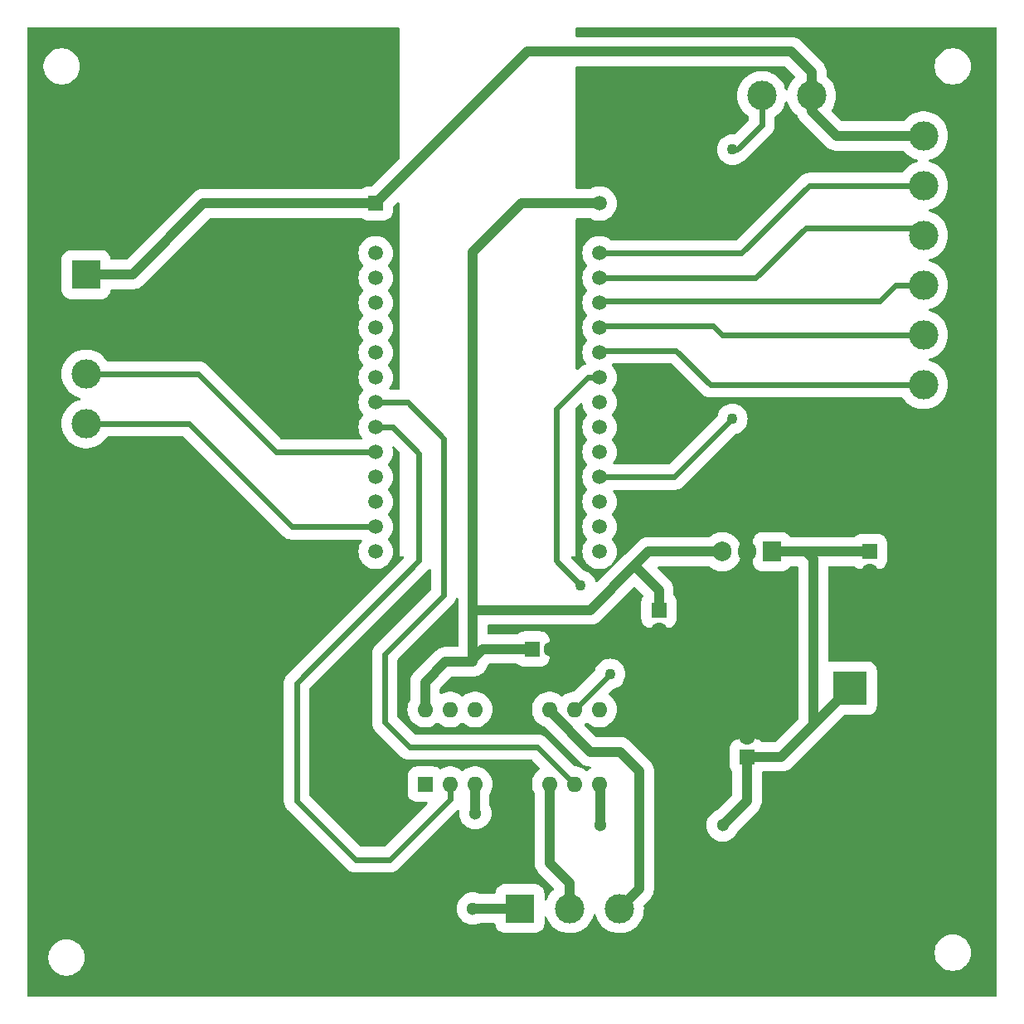
<source format=gbr>
%TF.GenerationSoftware,KiCad,Pcbnew,8.0.8*%
%TF.CreationDate,2025-03-03T11:51:37-05:00*%
%TF.ProjectId,PCB Andres Ortiz,50434220-416e-4647-9265-73204f727469,rev?*%
%TF.SameCoordinates,Original*%
%TF.FileFunction,Copper,L2,Bot*%
%TF.FilePolarity,Positive*%
%FSLAX46Y46*%
G04 Gerber Fmt 4.6, Leading zero omitted, Abs format (unit mm)*
G04 Created by KiCad (PCBNEW 8.0.8) date 2025-03-03 11:51:37*
%MOMM*%
%LPD*%
G01*
G04 APERTURE LIST*
G04 Aperture macros list*
%AMRoundRect*
0 Rectangle with rounded corners*
0 $1 Rounding radius*
0 $2 $3 $4 $5 $6 $7 $8 $9 X,Y pos of 4 corners*
0 Add a 4 corners polygon primitive as box body*
4,1,4,$2,$3,$4,$5,$6,$7,$8,$9,$2,$3,0*
0 Add four circle primitives for the rounded corners*
1,1,$1+$1,$2,$3*
1,1,$1+$1,$4,$5*
1,1,$1+$1,$6,$7*
1,1,$1+$1,$8,$9*
0 Add four rect primitives between the rounded corners*
20,1,$1+$1,$2,$3,$4,$5,0*
20,1,$1+$1,$4,$5,$6,$7,0*
20,1,$1+$1,$6,$7,$8,$9,0*
20,1,$1+$1,$8,$9,$2,$3,0*%
G04 Aperture macros list end*
%TA.AperFunction,ComponentPad*%
%ADD10R,3.000000X3.000000*%
%TD*%
%TA.AperFunction,ComponentPad*%
%ADD11C,3.000000*%
%TD*%
%TA.AperFunction,ComponentPad*%
%ADD12R,3.500000X3.500000*%
%TD*%
%TA.AperFunction,ComponentPad*%
%ADD13RoundRect,0.750000X0.750000X1.000000X-0.750000X1.000000X-0.750000X-1.000000X0.750000X-1.000000X0*%
%TD*%
%TA.AperFunction,ComponentPad*%
%ADD14RoundRect,0.875000X0.875000X0.875000X-0.875000X0.875000X-0.875000X-0.875000X0.875000X-0.875000X0*%
%TD*%
%TA.AperFunction,ComponentPad*%
%ADD15R,1.600000X1.600000*%
%TD*%
%TA.AperFunction,ComponentPad*%
%ADD16C,1.600000*%
%TD*%
%TA.AperFunction,ComponentPad*%
%ADD17R,1.500000X1.500000*%
%TD*%
%TA.AperFunction,ComponentPad*%
%ADD18C,1.500000*%
%TD*%
%TA.AperFunction,ComponentPad*%
%ADD19O,1.600000X1.600000*%
%TD*%
%TA.AperFunction,ComponentPad*%
%ADD20R,1.905000X2.000000*%
%TD*%
%TA.AperFunction,ComponentPad*%
%ADD21O,1.905000X2.000000*%
%TD*%
%TA.AperFunction,ViaPad*%
%ADD22C,1.300000*%
%TD*%
%TA.AperFunction,ViaPad*%
%ADD23C,1.100000*%
%TD*%
%TA.AperFunction,Conductor*%
%ADD24C,1.000000*%
%TD*%
%TA.AperFunction,Conductor*%
%ADD25C,0.600000*%
%TD*%
G04 APERTURE END LIST*
D10*
%TO.P,J6,1,Pin_1*%
%TO.N,GND*%
X170420000Y-48000000D03*
D11*
%TO.P,J6,2,Pin_2*%
%TO.N,/turbi1*%
X175500000Y-48000000D03*
%TO.P,J6,3,Pin_3*%
%TO.N,/3.3v*%
X180580000Y-48000000D03*
%TD*%
D12*
%TO.P,J5,1*%
%TO.N,/VCC*%
X184500000Y-108500000D03*
D13*
%TO.P,J5,2*%
%TO.N,GND*%
X190500000Y-108500000D03*
D14*
%TO.P,J5,3*%
X187500000Y-103800000D03*
%TD*%
D10*
%TO.P,J2,1,Pin_1*%
%TO.N,GND*%
X192000000Y-87660000D03*
D11*
%TO.P,J2,2,Pin_2*%
X192000000Y-82580000D03*
%TO.P,J2,3,Pin_3*%
%TO.N,/S1*%
X192000000Y-77500000D03*
%TO.P,J2,4,Pin_4*%
%TO.N,/S0*%
X192000000Y-72420000D03*
%TO.P,J2,5,Pin_5*%
%TO.N,/S3*%
X192000000Y-67340000D03*
%TO.P,J2,6,Pin_6*%
%TO.N,/S2*%
X192000000Y-62260000D03*
%TO.P,J2,7,Pin_7*%
%TO.N,/OUT*%
X192000000Y-57180000D03*
%TO.P,J2,8,Pin_8*%
%TO.N,/3.3v*%
X192000000Y-52100000D03*
%TD*%
D15*
%TO.P,C4,1*%
%TO.N,+5V*%
X165000000Y-100544888D03*
D16*
%TO.P,C4,2*%
%TO.N,GND*%
X165000000Y-102544888D03*
%TD*%
D10*
%TO.P,J4,1,Pin_1*%
%TO.N,/3.3v*%
X106500000Y-66260000D03*
D11*
%TO.P,J4,2,Pin_2*%
%TO.N,GND*%
X106500000Y-71340000D03*
%TO.P,J4,3,Pin_3*%
%TO.N,/SDA*%
X106500000Y-76420000D03*
%TO.P,J4,4,Pin_4*%
%TO.N,/SCL*%
X106500000Y-81500000D03*
%TD*%
D15*
%TO.P,C1,1*%
%TO.N,/VCC*%
X174000000Y-115500000D03*
D16*
%TO.P,C1,2*%
%TO.N,GND*%
X174000000Y-113500000D03*
%TD*%
D15*
%TO.P,C2,1*%
%TO.N,+5V*%
X152044888Y-104500000D03*
D16*
%TO.P,C2,2*%
%TO.N,GND*%
X154044888Y-104500000D03*
%TD*%
D17*
%TO.P,U1,1,3V3*%
%TO.N,/3.3v*%
X136070000Y-59005000D03*
D18*
%TO.P,U1,2,GND*%
%TO.N,GND*%
X136070000Y-61545000D03*
%TO.P,U1,3,D15*%
%TO.N,unconnected-(U1-D15-Pad3)*%
X136070000Y-64085000D03*
%TO.P,U1,4,D2*%
%TO.N,unconnected-(U1-D2-Pad4)*%
X136070000Y-66625000D03*
%TO.P,U1,5,D4*%
%TO.N,unconnected-(U1-D4-Pad5)*%
X136070000Y-69165000D03*
%TO.P,U1,6,RX2*%
%TO.N,unconnected-(U1-RX2-Pad6)*%
X136070000Y-71705000D03*
%TO.P,U1,7,TX2*%
%TO.N,unconnected-(U1-TX2-Pad7)*%
X136070000Y-74245000D03*
%TO.P,U1,8,D5*%
%TO.N,unconnected-(U1-D5-Pad8)*%
X136070000Y-76785000D03*
%TO.P,U1,9,D18*%
%TO.N,/2a*%
X136070000Y-79325000D03*
%TO.P,U1,10,D19*%
%TO.N,/1a*%
X136070000Y-81865000D03*
%TO.P,U1,11,D21*%
%TO.N,/SDA*%
X136070000Y-84405000D03*
%TO.P,U1,12,RX0*%
%TO.N,unconnected-(U1-RX0-Pad12)*%
X136070000Y-86945000D03*
%TO.P,U1,13,TX0*%
%TO.N,unconnected-(U1-TX0-Pad13)*%
X136070000Y-89485000D03*
%TO.P,U1,14,D22*%
%TO.N,/SCL*%
X136070000Y-92025000D03*
%TO.P,U1,15,D23*%
%TO.N,unconnected-(U1-D23-Pad15)*%
X136070000Y-94565000D03*
%TO.P,U1,16,EN*%
%TO.N,unconnected-(U1-EN-Pad16)*%
X158930000Y-94565000D03*
%TO.P,U1,17,VP*%
%TO.N,unconnected-(U1-VP-Pad17)*%
X158930000Y-92025000D03*
%TO.P,U1,18,VN*%
%TO.N,unconnected-(U1-VN-Pad18)*%
X158930000Y-89485000D03*
%TO.P,U1,19,D34*%
%TO.N,/turbi1*%
X158930000Y-86945000D03*
%TO.P,U1,20,D35*%
%TO.N,unconnected-(U1-D35-Pad20)*%
X158930000Y-84405000D03*
%TO.P,U1,21,D32*%
%TO.N,unconnected-(U1-D32-Pad21)*%
X158930000Y-81865000D03*
%TO.P,U1,22,D33*%
%TO.N,unconnected-(U1-D33-Pad22)*%
X158930000Y-79325000D03*
%TO.P,U1,23,D25*%
%TO.N,/3a*%
X158930000Y-76785000D03*
%TO.P,U1,24,D26*%
%TO.N,/S1*%
X158930000Y-74245000D03*
%TO.P,U1,25,D27*%
%TO.N,/S0*%
X158930000Y-71705000D03*
%TO.P,U1,26,D14*%
%TO.N,/S3*%
X158930000Y-69165000D03*
%TO.P,U1,27,D12*%
%TO.N,/S2*%
X158930000Y-66625000D03*
%TO.P,U1,28,D13*%
%TO.N,/OUT*%
X158930000Y-64085000D03*
%TO.P,U1,29,GND*%
%TO.N,GND*%
X158930000Y-61545000D03*
%TO.P,U1,30,VIN*%
%TO.N,+5V*%
X158930000Y-59005000D03*
%TD*%
D10*
%TO.P,J3,1,Pin_1*%
%TO.N,/1y*%
X150800000Y-131000000D03*
D11*
%TO.P,J3,2,Pin_2*%
%TO.N,/2y*%
X155880000Y-131000000D03*
%TO.P,J3,3,Pin_3*%
%TO.N,/3y*%
X160960000Y-131000000D03*
%TO.P,J3,4,Pin_4*%
%TO.N,GND*%
X166040000Y-131000000D03*
%TO.P,J3,5,Pin_5*%
X171120000Y-131000000D03*
%TO.P,J3,6,Pin_6*%
X176200000Y-131000000D03*
%TD*%
D15*
%TO.P,C3,1*%
%TO.N,/VCC*%
X186500000Y-94544888D03*
D16*
%TO.P,C3,2*%
%TO.N,GND*%
X186500000Y-96544888D03*
%TD*%
D15*
%TO.P,U2,1,EN1\u002C2*%
%TO.N,unconnected-(U2-EN1\u002C2-Pad1)*%
X141125000Y-118300000D03*
D19*
%TO.P,U2,2,1A*%
%TO.N,/1a*%
X143665000Y-118300000D03*
%TO.P,U2,3,1Y*%
%TO.N,/1y*%
X146205000Y-118300000D03*
%TO.P,U2,4,GND*%
%TO.N,GND*%
X148745000Y-118300000D03*
%TO.P,U2,5,GND*%
X151285000Y-118300000D03*
%TO.P,U2,6,2Y*%
%TO.N,/2y*%
X153825000Y-118300000D03*
%TO.P,U2,7,2A*%
%TO.N,/2a*%
X156365000Y-118300000D03*
%TO.P,U2,8,VCC2*%
%TO.N,/VCC*%
X158905000Y-118300000D03*
%TO.P,U2,9,EN3\u002C4*%
%TO.N,unconnected-(U2-EN3\u002C4-Pad9)*%
X158905000Y-110680000D03*
%TO.P,U2,10,3A*%
%TO.N,/3a*%
X156365000Y-110680000D03*
%TO.P,U2,11,3Y*%
%TO.N,/3y*%
X153825000Y-110680000D03*
%TO.P,U2,12,GND*%
%TO.N,GND*%
X151285000Y-110680000D03*
%TO.P,U2,13,GND*%
X148745000Y-110680000D03*
%TO.P,U2,14,4Y*%
%TO.N,unconnected-(U2-4Y-Pad14)*%
X146205000Y-110680000D03*
%TO.P,U2,15,4A*%
%TO.N,unconnected-(U2-4A-Pad15)*%
X143665000Y-110680000D03*
%TO.P,U2,16,VCC1*%
%TO.N,+5V*%
X141125000Y-110680000D03*
%TD*%
D20*
%TO.P,U3,1,IN*%
%TO.N,/VCC*%
X176540000Y-94555000D03*
D21*
%TO.P,U3,2,GND*%
%TO.N,GND*%
X174000000Y-94555000D03*
%TO.P,U3,3,OUT*%
%TO.N,+5V*%
X171460000Y-94555000D03*
%TD*%
D22*
%TO.N,GND*%
X181000000Y-54500000D03*
X185000000Y-49000000D03*
%TO.N,/1y*%
X146000000Y-131000000D03*
X146250000Y-121250000D03*
%TO.N,/VCC*%
X171500000Y-122500000D03*
X159000000Y-122500000D03*
D23*
%TO.N,/3a*%
X160000000Y-107045000D03*
X157000000Y-98000000D03*
%TO.N,/turbi1*%
X172500000Y-81000000D03*
X172500000Y-53500000D03*
%TD*%
D24*
%TO.N,/3.3v*%
X106500000Y-66260000D02*
X111240000Y-66260000D01*
X151575000Y-43500000D02*
X136070000Y-59005000D01*
X192000000Y-52100000D02*
X183100000Y-52100000D01*
X180580000Y-45580000D02*
X178500000Y-43500000D01*
X111240000Y-66260000D02*
X118495000Y-59005000D01*
X178500000Y-43500000D02*
X151575000Y-43500000D01*
X118495000Y-59005000D02*
X136070000Y-59005000D01*
X180580000Y-48000000D02*
X180580000Y-45580000D01*
X180580000Y-49580000D02*
X180580000Y-48000000D01*
X183100000Y-52100000D02*
X180580000Y-49580000D01*
D25*
%TO.N,/S3*%
X159095000Y-69000000D02*
X158930000Y-69165000D01*
X189160000Y-67340000D02*
X187500000Y-69000000D01*
X192000000Y-67340000D02*
X189160000Y-67340000D01*
X187500000Y-69000000D02*
X159095000Y-69000000D01*
%TO.N,/S2*%
X192000000Y-62260000D02*
X191240000Y-61500000D01*
X191240000Y-61500000D02*
X180000000Y-61500000D01*
X174875000Y-66625000D02*
X158930000Y-66625000D01*
X180000000Y-61500000D02*
X174875000Y-66625000D01*
%TO.N,/OUT*%
X192000000Y-57180000D02*
X180320000Y-57180000D01*
X180320000Y-57180000D02*
X173415000Y-64085000D01*
X173415000Y-64085000D02*
X158930000Y-64085000D01*
%TO.N,/S1*%
X166750000Y-74000000D02*
X159175000Y-74000000D01*
X170250000Y-77500000D02*
X166750000Y-74000000D01*
X192000000Y-77500000D02*
X170250000Y-77500000D01*
X159175000Y-74000000D02*
X158930000Y-74245000D01*
%TO.N,/S0*%
X159135000Y-71500000D02*
X158930000Y-71705000D01*
X170500000Y-71500000D02*
X159135000Y-71500000D01*
X192000000Y-72420000D02*
X171420000Y-72420000D01*
X171420000Y-72420000D02*
X170500000Y-71500000D01*
D24*
%TO.N,/3y*%
X153825000Y-110680000D02*
X153825000Y-110825000D01*
X161000000Y-115000000D02*
X163000000Y-117000000D01*
X158000000Y-115000000D02*
X161000000Y-115000000D01*
X163000000Y-117000000D02*
X163000000Y-128960000D01*
X153825000Y-110825000D02*
X158000000Y-115000000D01*
X163000000Y-128960000D02*
X160960000Y-131000000D01*
%TO.N,/1y*%
X146205000Y-121205000D02*
X146205000Y-118300000D01*
X150800000Y-131000000D02*
X146000000Y-131000000D01*
X146250000Y-121250000D02*
X146205000Y-121205000D01*
%TO.N,/2y*%
X153825000Y-126325000D02*
X153825000Y-118300000D01*
X155880000Y-131000000D02*
X155880000Y-128380000D01*
X155880000Y-128380000D02*
X153825000Y-126325000D01*
%TO.N,/VCC*%
X182500000Y-110500000D02*
X184500000Y-108500000D01*
X159000000Y-118395000D02*
X158905000Y-118300000D01*
X174000000Y-115500000D02*
X177500000Y-115500000D01*
X176540000Y-94555000D02*
X180000000Y-94555000D01*
X180750000Y-112250000D02*
X180750000Y-95305000D01*
X180000000Y-94555000D02*
X182000000Y-94555000D01*
X174000000Y-120000000D02*
X174000000Y-115500000D01*
X180250000Y-112750000D02*
X182500000Y-110500000D01*
X171500000Y-122500000D02*
X174000000Y-120000000D01*
X180750000Y-95305000D02*
X180000000Y-94555000D01*
X159000000Y-122500000D02*
X159000000Y-118395000D01*
X180250000Y-112750000D02*
X180750000Y-112250000D01*
X186489888Y-94555000D02*
X186500000Y-94544888D01*
X177500000Y-115500000D02*
X180250000Y-112750000D01*
X182000000Y-94555000D02*
X186489888Y-94555000D01*
D25*
%TO.N,/SCL*%
X106500000Y-81500000D02*
X117000000Y-81500000D01*
X127525000Y-92025000D02*
X136070000Y-92025000D01*
X117000000Y-81500000D02*
X127525000Y-92025000D01*
%TO.N,/SDA*%
X125905000Y-84405000D02*
X136070000Y-84405000D01*
X117920000Y-76420000D02*
X125905000Y-84405000D01*
X106500000Y-76420000D02*
X117920000Y-76420000D01*
D24*
%TO.N,+5V*%
X165000000Y-100544888D02*
X165000000Y-98500000D01*
X162500000Y-96000000D02*
X158000000Y-100500000D01*
X171460000Y-94555000D02*
X163945000Y-94555000D01*
X141125000Y-107875000D02*
X143195000Y-105805000D01*
X150995000Y-59005000D02*
X158930000Y-59005000D01*
X147000000Y-104500000D02*
X146000000Y-105500000D01*
X158000000Y-100500000D02*
X146000000Y-100500000D01*
X141125000Y-110680000D02*
X141125000Y-107875000D01*
X146000000Y-100500000D02*
X146000000Y-64000000D01*
X143195000Y-105805000D02*
X146000000Y-105805000D01*
X146000000Y-105805000D02*
X146000000Y-105500000D01*
X163945000Y-94555000D02*
X162500000Y-96000000D01*
X146000000Y-64000000D02*
X150995000Y-59005000D01*
X146000000Y-105500000D02*
X146000000Y-100500000D01*
X165000000Y-98500000D02*
X162500000Y-96000000D01*
X152044888Y-104500000D02*
X147000000Y-104500000D01*
D25*
%TO.N,/1a*%
X128000000Y-120000000D02*
X128000000Y-108000000D01*
X143665000Y-119835000D02*
X137500000Y-126000000D01*
X137500000Y-126000000D02*
X134000000Y-126000000D01*
X128000000Y-108000000D02*
X140500000Y-95500000D01*
X143665000Y-118300000D02*
X143665000Y-119835000D01*
X140500000Y-84500000D02*
X137865000Y-81865000D01*
X134000000Y-126000000D02*
X128000000Y-120000000D01*
X137865000Y-81865000D02*
X136070000Y-81865000D01*
X140500000Y-95500000D02*
X140500000Y-84500000D01*
%TO.N,/2a*%
X143000000Y-83000000D02*
X139325000Y-79325000D01*
X137000000Y-112000000D02*
X137000000Y-105000000D01*
X139500000Y-114500000D02*
X137000000Y-112000000D01*
X137000000Y-105000000D02*
X143000000Y-99000000D01*
X139325000Y-79325000D02*
X136070000Y-79325000D01*
X156365000Y-118300000D02*
X152565000Y-114500000D01*
X152565000Y-114500000D02*
X139500000Y-114500000D01*
X143000000Y-99000000D02*
X143000000Y-83000000D01*
%TO.N,/3a*%
X160000000Y-107045000D02*
X156365000Y-110680000D01*
X157715000Y-76785000D02*
X158930000Y-76785000D01*
X154500000Y-95500000D02*
X154500000Y-80000000D01*
X154500000Y-95500000D02*
X157000000Y-98000000D01*
X154500000Y-80000000D02*
X157715000Y-76785000D01*
%TO.N,/turbi1*%
X166555000Y-86945000D02*
X158930000Y-86945000D01*
X172500000Y-81000000D02*
X166555000Y-86945000D01*
X172500000Y-53500000D02*
X173000000Y-53500000D01*
X175500000Y-51000000D02*
X175500000Y-48000000D01*
X173000000Y-53500000D02*
X175500000Y-51000000D01*
%TD*%
%TA.AperFunction,Conductor*%
%TO.N,GND*%
G36*
X138443039Y-41020185D02*
G01*
X138488794Y-41072989D01*
X138500000Y-41124500D01*
X138500000Y-54401610D01*
X138480315Y-54468649D01*
X138463681Y-54489291D01*
X135734790Y-57218181D01*
X135673467Y-57251666D01*
X135647109Y-57254500D01*
X135261971Y-57254500D01*
X135261965Y-57254500D01*
X135261964Y-57254501D01*
X135250316Y-57255536D01*
X135142584Y-57265113D01*
X134946954Y-57321089D01*
X134766587Y-57415305D01*
X134691413Y-57476602D01*
X134627017Y-57503711D01*
X134613053Y-57504500D01*
X118376903Y-57504500D01*
X118143631Y-57541446D01*
X117919003Y-57614433D01*
X117708565Y-57721657D01*
X117517488Y-57860484D01*
X117517487Y-57860485D01*
X110654792Y-64723181D01*
X110593469Y-64756666D01*
X110567111Y-64759500D01*
X109119079Y-64759500D01*
X109052040Y-64739815D01*
X109006285Y-64687011D01*
X108995566Y-64646479D01*
X108995240Y-64642817D01*
X108989886Y-64582582D01*
X108933909Y-64386951D01*
X108839698Y-64206593D01*
X108787684Y-64142803D01*
X108711109Y-64048890D01*
X108553409Y-63920304D01*
X108553410Y-63920304D01*
X108553407Y-63920302D01*
X108373049Y-63826091D01*
X108373048Y-63826090D01*
X108373045Y-63826089D01*
X108255829Y-63792550D01*
X108177418Y-63770114D01*
X108177415Y-63770113D01*
X108177413Y-63770113D01*
X108111102Y-63764217D01*
X108058037Y-63759500D01*
X108058032Y-63759500D01*
X104941971Y-63759500D01*
X104941965Y-63759500D01*
X104941964Y-63759501D01*
X104930316Y-63760536D01*
X104822584Y-63770113D01*
X104626954Y-63826089D01*
X104536772Y-63873196D01*
X104446593Y-63920302D01*
X104446591Y-63920303D01*
X104446590Y-63920304D01*
X104288890Y-64048890D01*
X104160304Y-64206590D01*
X104066089Y-64386954D01*
X104010114Y-64582583D01*
X104010113Y-64582586D01*
X104004758Y-64642819D01*
X104000830Y-64687011D01*
X103999500Y-64701966D01*
X103999500Y-67818028D01*
X103999501Y-67818034D01*
X104010113Y-67937415D01*
X104066089Y-68133045D01*
X104066090Y-68133048D01*
X104066091Y-68133049D01*
X104160302Y-68313407D01*
X104160304Y-68313409D01*
X104288890Y-68471109D01*
X104381968Y-68547003D01*
X104446593Y-68599698D01*
X104626951Y-68693909D01*
X104822582Y-68749886D01*
X104941963Y-68760500D01*
X108058036Y-68760499D01*
X108177418Y-68749886D01*
X108373049Y-68693909D01*
X108553407Y-68599698D01*
X108711109Y-68471109D01*
X108839698Y-68313407D01*
X108933909Y-68133049D01*
X108989886Y-67937418D01*
X108995567Y-67873518D01*
X109021111Y-67808486D01*
X109077760Y-67767587D01*
X109119080Y-67760500D01*
X111358097Y-67760500D01*
X111591368Y-67723553D01*
X111674117Y-67696666D01*
X111815992Y-67650568D01*
X112026434Y-67543343D01*
X112217510Y-67404517D01*
X119080208Y-60541819D01*
X119141531Y-60508334D01*
X119167889Y-60505500D01*
X134613053Y-60505500D01*
X134680092Y-60525185D01*
X134691413Y-60533398D01*
X134766587Y-60594694D01*
X134766590Y-60594695D01*
X134766593Y-60594698D01*
X134946951Y-60688909D01*
X135142582Y-60744886D01*
X135261963Y-60755500D01*
X136878036Y-60755499D01*
X136997418Y-60744886D01*
X137193049Y-60688909D01*
X137373407Y-60594698D01*
X137531109Y-60466109D01*
X137659698Y-60308407D01*
X137753909Y-60128049D01*
X137809886Y-59932418D01*
X137820500Y-59813037D01*
X137820499Y-59427887D01*
X137840183Y-59360849D01*
X137856813Y-59340212D01*
X138288319Y-58908706D01*
X138349642Y-58875222D01*
X138419334Y-58880206D01*
X138475267Y-58922078D01*
X138499684Y-58987542D01*
X138500000Y-58996388D01*
X138500000Y-77900500D01*
X138480315Y-77967539D01*
X138427511Y-78013294D01*
X138376000Y-78024500D01*
X137577993Y-78024500D01*
X137510954Y-78004815D01*
X137465199Y-77952011D01*
X137455255Y-77882853D01*
X137481045Y-77823188D01*
X137520386Y-77773857D01*
X137651568Y-77546643D01*
X137747420Y-77302416D01*
X137805802Y-77046630D01*
X137825408Y-76785000D01*
X137821587Y-76734015D01*
X137805803Y-76523379D01*
X137805802Y-76523374D01*
X137805802Y-76523370D01*
X137747420Y-76267584D01*
X137651568Y-76023357D01*
X137520386Y-75796143D01*
X137357835Y-75592310D01*
X137331428Y-75527626D01*
X137344183Y-75458931D01*
X137357832Y-75437693D01*
X137520386Y-75233857D01*
X137651568Y-75006643D01*
X137747420Y-74762416D01*
X137805802Y-74506630D01*
X137807085Y-74489515D01*
X137825408Y-74245004D01*
X137825408Y-74244995D01*
X137805803Y-73983379D01*
X137805802Y-73983374D01*
X137805802Y-73983370D01*
X137747420Y-73727584D01*
X137651568Y-73483357D01*
X137520386Y-73256143D01*
X137357835Y-73052310D01*
X137331428Y-72987626D01*
X137344183Y-72918931D01*
X137357832Y-72897693D01*
X137520386Y-72693857D01*
X137651568Y-72466643D01*
X137747420Y-72222416D01*
X137805802Y-71966630D01*
X137825408Y-71705000D01*
X137809872Y-71497685D01*
X137805803Y-71443379D01*
X137805802Y-71443374D01*
X137805802Y-71443370D01*
X137747420Y-71187584D01*
X137651568Y-70943357D01*
X137520386Y-70716143D01*
X137357835Y-70512310D01*
X137331428Y-70447626D01*
X137344183Y-70378931D01*
X137357832Y-70357693D01*
X137520386Y-70153857D01*
X137651568Y-69926643D01*
X137747420Y-69682416D01*
X137805802Y-69426630D01*
X137805803Y-69426620D01*
X137825408Y-69165004D01*
X137825408Y-69164995D01*
X137805803Y-68903379D01*
X137805802Y-68903374D01*
X137805802Y-68903370D01*
X137747420Y-68647584D01*
X137651568Y-68403357D01*
X137520386Y-68176143D01*
X137357835Y-67972310D01*
X137331428Y-67907626D01*
X137344183Y-67838931D01*
X137357832Y-67817693D01*
X137520386Y-67613857D01*
X137651568Y-67386643D01*
X137747420Y-67142416D01*
X137805802Y-66886630D01*
X137825408Y-66625000D01*
X137809872Y-66417685D01*
X137805803Y-66363379D01*
X137805802Y-66363374D01*
X137805802Y-66363370D01*
X137747420Y-66107584D01*
X137651568Y-65863357D01*
X137520386Y-65636143D01*
X137357835Y-65432310D01*
X137331428Y-65367626D01*
X137344183Y-65298931D01*
X137357832Y-65277693D01*
X137520386Y-65073857D01*
X137651568Y-64846643D01*
X137747420Y-64602416D01*
X137805802Y-64346630D01*
X137816296Y-64206593D01*
X137825408Y-64085004D01*
X137825408Y-64084995D01*
X137805803Y-63823379D01*
X137805802Y-63823374D01*
X137805802Y-63823370D01*
X137747420Y-63567584D01*
X137651568Y-63323357D01*
X137520386Y-63096143D01*
X137356805Y-62891019D01*
X137356804Y-62891018D01*
X137356801Y-62891014D01*
X137164479Y-62712567D01*
X136947704Y-62564772D01*
X136947700Y-62564770D01*
X136947697Y-62564768D01*
X136947696Y-62564767D01*
X136711325Y-62450938D01*
X136711327Y-62450938D01*
X136460623Y-62373606D01*
X136460619Y-62373605D01*
X136460615Y-62373604D01*
X136335823Y-62354794D01*
X136201187Y-62334500D01*
X136201182Y-62334500D01*
X135938818Y-62334500D01*
X135938812Y-62334500D01*
X135777247Y-62358853D01*
X135679385Y-62373604D01*
X135679382Y-62373605D01*
X135679376Y-62373606D01*
X135428673Y-62450938D01*
X135192303Y-62564767D01*
X135192302Y-62564768D01*
X134975520Y-62712567D01*
X134783198Y-62891014D01*
X134619614Y-63096143D01*
X134488432Y-63323356D01*
X134392582Y-63567578D01*
X134392576Y-63567597D01*
X134334197Y-63823374D01*
X134334196Y-63823379D01*
X134314592Y-64084995D01*
X134314592Y-64085004D01*
X134334196Y-64346620D01*
X134334197Y-64346625D01*
X134392576Y-64602402D01*
X134392578Y-64602411D01*
X134392580Y-64602416D01*
X134488432Y-64846643D01*
X134619614Y-65073857D01*
X134769218Y-65261454D01*
X134782163Y-65277687D01*
X134808572Y-65342374D01*
X134795815Y-65411069D01*
X134782163Y-65432313D01*
X134619614Y-65636143D01*
X134488432Y-65863356D01*
X134392582Y-66107578D01*
X134392576Y-66107597D01*
X134334197Y-66363374D01*
X134334196Y-66363379D01*
X134314592Y-66624995D01*
X134314592Y-66625004D01*
X134334196Y-66886620D01*
X134334197Y-66886625D01*
X134392576Y-67142402D01*
X134392578Y-67142411D01*
X134392580Y-67142416D01*
X134488432Y-67386643D01*
X134619614Y-67613857D01*
X134658949Y-67663181D01*
X134782163Y-67817687D01*
X134808572Y-67882374D01*
X134795815Y-67951069D01*
X134782163Y-67972313D01*
X134619614Y-68176143D01*
X134488432Y-68403356D01*
X134392582Y-68647578D01*
X134392576Y-68647597D01*
X134334197Y-68903374D01*
X134334196Y-68903379D01*
X134314592Y-69164995D01*
X134314592Y-69165004D01*
X134334196Y-69426620D01*
X134334197Y-69426625D01*
X134392576Y-69682402D01*
X134392578Y-69682411D01*
X134392580Y-69682416D01*
X134488432Y-69926643D01*
X134619614Y-70153857D01*
X134756282Y-70325233D01*
X134782163Y-70357687D01*
X134808572Y-70422374D01*
X134795815Y-70491069D01*
X134782163Y-70512313D01*
X134619614Y-70716143D01*
X134488432Y-70943356D01*
X134392582Y-71187578D01*
X134392576Y-71187597D01*
X134334197Y-71443374D01*
X134334196Y-71443379D01*
X134314592Y-71704995D01*
X134314592Y-71705004D01*
X134334196Y-71966620D01*
X134334197Y-71966625D01*
X134392576Y-72222402D01*
X134392578Y-72222411D01*
X134392580Y-72222416D01*
X134488432Y-72466643D01*
X134619614Y-72693857D01*
X134768988Y-72881166D01*
X134782163Y-72897687D01*
X134808572Y-72962374D01*
X134795815Y-73031069D01*
X134782163Y-73052313D01*
X134619614Y-73256143D01*
X134488432Y-73483356D01*
X134392582Y-73727578D01*
X134392576Y-73727597D01*
X134334197Y-73983374D01*
X134334196Y-73983379D01*
X134314592Y-74244995D01*
X134314592Y-74245004D01*
X134334196Y-74506620D01*
X134334197Y-74506625D01*
X134392576Y-74762402D01*
X134392578Y-74762411D01*
X134392580Y-74762416D01*
X134488432Y-75006643D01*
X134619614Y-75233857D01*
X134769218Y-75421454D01*
X134782163Y-75437687D01*
X134808572Y-75502374D01*
X134795815Y-75571069D01*
X134782163Y-75592313D01*
X134619614Y-75796143D01*
X134488432Y-76023356D01*
X134392582Y-76267578D01*
X134392576Y-76267597D01*
X134334197Y-76523374D01*
X134334196Y-76523379D01*
X134314592Y-76784995D01*
X134314592Y-76785004D01*
X134334196Y-77046620D01*
X134334197Y-77046625D01*
X134392576Y-77302402D01*
X134392578Y-77302411D01*
X134392580Y-77302416D01*
X134488432Y-77546643D01*
X134619614Y-77773857D01*
X134761687Y-77952011D01*
X134782163Y-77977687D01*
X134808572Y-78042374D01*
X134795815Y-78111069D01*
X134782163Y-78132313D01*
X134619614Y-78336143D01*
X134488432Y-78563356D01*
X134392582Y-78807578D01*
X134392576Y-78807597D01*
X134334197Y-79063374D01*
X134334196Y-79063379D01*
X134314592Y-79324995D01*
X134314592Y-79325004D01*
X134334196Y-79586620D01*
X134334197Y-79586625D01*
X134392576Y-79842402D01*
X134392578Y-79842411D01*
X134392580Y-79842416D01*
X134488432Y-80086643D01*
X134619614Y-80313857D01*
X134678515Y-80387716D01*
X134782163Y-80517687D01*
X134808572Y-80582374D01*
X134795815Y-80651069D01*
X134782163Y-80672313D01*
X134619614Y-80876143D01*
X134488432Y-81103356D01*
X134392582Y-81347578D01*
X134392576Y-81347597D01*
X134334197Y-81603374D01*
X134334196Y-81603379D01*
X134314592Y-81864995D01*
X134314592Y-81865004D01*
X134334196Y-82126620D01*
X134334197Y-82126625D01*
X134392576Y-82382402D01*
X134392578Y-82382411D01*
X134392580Y-82382416D01*
X134488432Y-82626643D01*
X134619614Y-82853857D01*
X134658954Y-82903188D01*
X134685362Y-82967873D01*
X134672607Y-83036569D01*
X134624736Y-83087463D01*
X134562007Y-83104500D01*
X126495047Y-83104500D01*
X126428008Y-83084815D01*
X126407366Y-83068181D01*
X118767221Y-75428036D01*
X118767219Y-75428034D01*
X118601611Y-75307713D01*
X118462761Y-75236966D01*
X118462758Y-75236964D01*
X118462757Y-75236963D01*
X118433922Y-75222272D01*
X118419219Y-75214780D01*
X118321876Y-75183151D01*
X118298003Y-75175394D01*
X118224535Y-75151522D01*
X118049995Y-75123878D01*
X118022352Y-75119500D01*
X118022351Y-75119500D01*
X108704375Y-75119500D01*
X108637336Y-75099815D01*
X108599678Y-75061942D01*
X108526948Y-74947338D01*
X108526945Y-74947334D01*
X108326393Y-74704909D01*
X108326391Y-74704907D01*
X108097031Y-74489523D01*
X108097021Y-74489515D01*
X107842495Y-74304591D01*
X107842488Y-74304586D01*
X107842484Y-74304584D01*
X107566766Y-74153006D01*
X107566763Y-74153004D01*
X107566758Y-74153002D01*
X107566757Y-74153001D01*
X107274228Y-74037181D01*
X107274225Y-74037180D01*
X106969476Y-73958934D01*
X106969463Y-73958932D01*
X106657329Y-73919500D01*
X106657318Y-73919500D01*
X106342682Y-73919500D01*
X106342670Y-73919500D01*
X106030536Y-73958932D01*
X106030523Y-73958934D01*
X105725774Y-74037180D01*
X105725771Y-74037181D01*
X105433242Y-74153001D01*
X105433241Y-74153002D01*
X105157516Y-74304584D01*
X105157504Y-74304591D01*
X104902978Y-74489515D01*
X104902968Y-74489523D01*
X104673608Y-74704907D01*
X104673606Y-74704909D01*
X104473054Y-74947334D01*
X104473051Y-74947338D01*
X104304464Y-75212990D01*
X104304461Y-75212996D01*
X104170499Y-75497678D01*
X104170497Y-75497683D01*
X104073270Y-75796916D01*
X104014311Y-76105988D01*
X104014310Y-76105995D01*
X103994556Y-76419994D01*
X103994556Y-76420005D01*
X104014310Y-76734004D01*
X104014311Y-76734011D01*
X104073270Y-77043083D01*
X104170497Y-77342316D01*
X104170499Y-77342321D01*
X104304461Y-77627003D01*
X104304464Y-77627009D01*
X104473051Y-77892661D01*
X104473054Y-77892665D01*
X104673606Y-78135090D01*
X104673608Y-78135092D01*
X104673610Y-78135094D01*
X104899499Y-78347218D01*
X104902968Y-78350476D01*
X104902978Y-78350484D01*
X105157504Y-78535408D01*
X105157509Y-78535410D01*
X105157516Y-78535416D01*
X105433234Y-78686994D01*
X105433239Y-78686996D01*
X105433241Y-78686997D01*
X105433242Y-78686998D01*
X105718786Y-78800051D01*
X105725775Y-78802819D01*
X105851781Y-78835171D01*
X105870180Y-78839896D01*
X105930218Y-78875634D01*
X105961403Y-78938158D01*
X105953835Y-79007616D01*
X105909916Y-79061957D01*
X105870180Y-79080104D01*
X105725770Y-79117182D01*
X105433242Y-79233001D01*
X105433241Y-79233002D01*
X105157516Y-79384584D01*
X105157504Y-79384591D01*
X104902978Y-79569515D01*
X104902968Y-79569523D01*
X104673608Y-79784907D01*
X104673606Y-79784909D01*
X104473054Y-80027334D01*
X104473051Y-80027338D01*
X104304464Y-80292990D01*
X104304461Y-80292996D01*
X104170499Y-80577678D01*
X104170497Y-80577683D01*
X104073270Y-80876916D01*
X104014311Y-81185988D01*
X104014310Y-81185995D01*
X103994556Y-81499994D01*
X103994556Y-81500005D01*
X104014310Y-81814004D01*
X104014311Y-81814011D01*
X104033418Y-81914173D01*
X104068820Y-82099759D01*
X104073270Y-82123083D01*
X104170497Y-82422316D01*
X104170499Y-82422321D01*
X104304461Y-82707003D01*
X104304464Y-82707009D01*
X104473051Y-82972661D01*
X104473054Y-82972665D01*
X104673606Y-83215090D01*
X104673608Y-83215092D01*
X104902968Y-83430476D01*
X104902978Y-83430484D01*
X105157504Y-83615408D01*
X105157509Y-83615410D01*
X105157516Y-83615416D01*
X105433234Y-83766994D01*
X105433239Y-83766996D01*
X105433241Y-83766997D01*
X105433242Y-83766998D01*
X105725771Y-83882818D01*
X105725774Y-83882819D01*
X106030523Y-83961065D01*
X106030527Y-83961066D01*
X106096010Y-83969338D01*
X106342670Y-84000499D01*
X106342679Y-84000499D01*
X106342682Y-84000500D01*
X106342684Y-84000500D01*
X106657316Y-84000500D01*
X106657318Y-84000500D01*
X106657321Y-84000499D01*
X106657329Y-84000499D01*
X106843593Y-83976968D01*
X106969473Y-83961066D01*
X107274225Y-83882819D01*
X107274228Y-83882818D01*
X107566757Y-83766998D01*
X107566758Y-83766997D01*
X107566756Y-83766997D01*
X107566766Y-83766994D01*
X107842484Y-83615416D01*
X108097030Y-83430478D01*
X108326390Y-83215094D01*
X108526947Y-82972663D01*
X108599678Y-82858058D01*
X108652220Y-82812002D01*
X108704375Y-82800500D01*
X116409953Y-82800500D01*
X116476992Y-82820185D01*
X116497634Y-82836819D01*
X126529908Y-92869092D01*
X126529922Y-92869107D01*
X126533033Y-92872218D01*
X126533034Y-92872219D01*
X126677781Y-93016966D01*
X126812026Y-93114500D01*
X126843390Y-93137287D01*
X126896665Y-93164432D01*
X127025781Y-93230221D01*
X127025784Y-93230222D01*
X127123124Y-93261849D01*
X127220466Y-93293477D01*
X127422648Y-93325500D01*
X127422649Y-93325500D01*
X127627352Y-93325500D01*
X134562007Y-93325500D01*
X134629046Y-93345185D01*
X134674801Y-93397989D01*
X134684745Y-93467147D01*
X134658954Y-93526811D01*
X134626529Y-93567472D01*
X134619614Y-93576143D01*
X134488432Y-93803356D01*
X134392582Y-94047578D01*
X134392576Y-94047597D01*
X134334197Y-94303374D01*
X134334196Y-94303379D01*
X134314592Y-94564995D01*
X134314592Y-94565004D01*
X134334196Y-94826620D01*
X134334197Y-94826625D01*
X134392576Y-95082402D01*
X134392578Y-95082411D01*
X134392580Y-95082416D01*
X134488432Y-95326643D01*
X134619614Y-95553857D01*
X134750460Y-95717933D01*
X134783198Y-95758985D01*
X134927596Y-95892965D01*
X134975521Y-95937433D01*
X135192296Y-96085228D01*
X135192301Y-96085230D01*
X135192302Y-96085231D01*
X135192303Y-96085232D01*
X135281090Y-96127989D01*
X135428673Y-96199061D01*
X135428674Y-96199061D01*
X135428677Y-96199063D01*
X135679385Y-96276396D01*
X135938818Y-96315500D01*
X136201182Y-96315500D01*
X136460615Y-96276396D01*
X136711323Y-96199063D01*
X136947704Y-96085228D01*
X137164479Y-95937433D01*
X137356805Y-95758981D01*
X137520386Y-95553857D01*
X137651568Y-95326643D01*
X137747420Y-95082416D01*
X137805802Y-94826630D01*
X137813005Y-94730513D01*
X137825408Y-94565004D01*
X137825408Y-94564995D01*
X137805803Y-94303379D01*
X137805802Y-94303374D01*
X137805802Y-94303370D01*
X137747420Y-94047584D01*
X137651568Y-93803357D01*
X137520386Y-93576143D01*
X137357835Y-93372310D01*
X137331428Y-93307626D01*
X137344183Y-93238931D01*
X137357832Y-93217693D01*
X137520386Y-93013857D01*
X137651568Y-92786643D01*
X137747420Y-92542416D01*
X137805802Y-92286630D01*
X137825408Y-92025000D01*
X137805802Y-91763370D01*
X137747420Y-91507584D01*
X137651568Y-91263357D01*
X137520386Y-91036143D01*
X137357835Y-90832310D01*
X137331428Y-90767626D01*
X137344183Y-90698931D01*
X137357832Y-90677693D01*
X137520386Y-90473857D01*
X137651568Y-90246643D01*
X137747420Y-90002416D01*
X137805802Y-89746630D01*
X137825408Y-89485000D01*
X137805802Y-89223370D01*
X137747420Y-88967584D01*
X137651568Y-88723357D01*
X137520386Y-88496143D01*
X137357835Y-88292310D01*
X137331428Y-88227626D01*
X137344183Y-88158931D01*
X137357832Y-88137693D01*
X137520386Y-87933857D01*
X137651568Y-87706643D01*
X137747420Y-87462416D01*
X137805802Y-87206630D01*
X137825408Y-86945000D01*
X137805802Y-86683370D01*
X137747420Y-86427584D01*
X137651568Y-86183357D01*
X137520386Y-85956143D01*
X137357835Y-85752310D01*
X137331428Y-85687626D01*
X137344183Y-85618931D01*
X137357832Y-85597693D01*
X137520386Y-85393857D01*
X137651568Y-85166643D01*
X137747420Y-84922416D01*
X137805802Y-84666630D01*
X137825408Y-84405000D01*
X137817754Y-84302865D01*
X137805803Y-84143379D01*
X137805802Y-84143374D01*
X137805802Y-84143370D01*
X137764192Y-83961065D01*
X137754183Y-83917212D01*
X137758456Y-83847474D01*
X137799755Y-83791116D01*
X137864967Y-83766033D01*
X137933388Y-83780187D01*
X137962752Y-83801937D01*
X138304186Y-84143370D01*
X138463681Y-84302865D01*
X138497166Y-84364188D01*
X138500000Y-84390546D01*
X138500000Y-95000000D01*
X138861453Y-95000000D01*
X138928492Y-95019685D01*
X138974247Y-95072489D01*
X138984191Y-95141647D01*
X138955166Y-95205203D01*
X138949134Y-95211681D01*
X127008036Y-107152778D01*
X126887716Y-107318384D01*
X126887711Y-107318392D01*
X126868812Y-107355482D01*
X126868813Y-107355483D01*
X126794781Y-107500776D01*
X126731522Y-107695465D01*
X126699500Y-107897648D01*
X126699500Y-120102351D01*
X126731522Y-120304534D01*
X126794781Y-120499223D01*
X126833900Y-120575996D01*
X126841246Y-120590414D01*
X126887713Y-120681611D01*
X127008034Y-120847219D01*
X127008036Y-120847221D01*
X133152786Y-126991971D01*
X133307749Y-127104556D01*
X133318390Y-127112287D01*
X133434607Y-127171503D01*
X133500776Y-127205218D01*
X133500778Y-127205218D01*
X133500781Y-127205220D01*
X133593921Y-127235483D01*
X133695465Y-127268477D01*
X133796557Y-127284488D01*
X133897648Y-127300500D01*
X133897649Y-127300500D01*
X137602351Y-127300500D01*
X137602352Y-127300500D01*
X137804535Y-127268477D01*
X137906079Y-127235483D01*
X137999219Y-127205220D01*
X138090414Y-127158753D01*
X138181611Y-127112287D01*
X138347219Y-126991966D01*
X144399884Y-120939298D01*
X144461205Y-120905815D01*
X144530897Y-120910799D01*
X144586830Y-120952671D01*
X144611247Y-121018135D01*
X144611181Y-121036709D01*
X144594396Y-121249999D01*
X144614778Y-121508990D01*
X144675427Y-121761610D01*
X144774843Y-122001623D01*
X144774845Y-122001627D01*
X144774846Y-122001628D01*
X144910588Y-122223140D01*
X145079311Y-122420689D01*
X145276860Y-122589412D01*
X145498372Y-122725154D01*
X145498374Y-122725154D01*
X145498376Y-122725156D01*
X145559693Y-122750554D01*
X145738390Y-122824573D01*
X145991006Y-122885221D01*
X146250000Y-122905604D01*
X146508994Y-122885221D01*
X146761610Y-122824573D01*
X147001628Y-122725154D01*
X147223140Y-122589412D01*
X147420689Y-122420689D01*
X147589412Y-122223140D01*
X147725154Y-122001628D01*
X147824573Y-121761610D01*
X147885221Y-121508994D01*
X147905604Y-121250000D01*
X147885221Y-120991006D01*
X147824573Y-120738390D01*
X147739714Y-120533525D01*
X147725157Y-120498379D01*
X147725156Y-120498376D01*
X147725154Y-120498372D01*
X147723768Y-120496110D01*
X147723479Y-120495087D01*
X147722946Y-120494040D01*
X147723154Y-120493933D01*
X147705500Y-120431328D01*
X147705500Y-119335284D01*
X147722113Y-119273284D01*
X147788652Y-119158034D01*
X147831743Y-119083398D01*
X147930334Y-118832195D01*
X147990383Y-118569103D01*
X148010549Y-118300000D01*
X147990383Y-118030897D01*
X147930334Y-117767805D01*
X147831743Y-117516602D01*
X147696815Y-117282898D01*
X147528561Y-117071915D01*
X147528560Y-117071914D01*
X147528557Y-117071910D01*
X147330741Y-116888365D01*
X147321270Y-116881908D01*
X147107775Y-116736349D01*
X147107769Y-116736346D01*
X147107768Y-116736345D01*
X147107767Y-116736344D01*
X146864643Y-116619263D01*
X146864645Y-116619263D01*
X146606773Y-116539720D01*
X146606767Y-116539718D01*
X146339936Y-116499500D01*
X146339929Y-116499500D01*
X146070071Y-116499500D01*
X146070063Y-116499500D01*
X145803232Y-116539718D01*
X145803226Y-116539720D01*
X145545358Y-116619262D01*
X145302230Y-116736346D01*
X145079254Y-116888368D01*
X145019340Y-116943960D01*
X144956808Y-116975128D01*
X144887351Y-116967541D01*
X144850660Y-116943960D01*
X144790745Y-116888368D01*
X144781270Y-116881908D01*
X144567775Y-116736349D01*
X144567769Y-116736346D01*
X144567768Y-116736345D01*
X144567767Y-116736344D01*
X144324643Y-116619263D01*
X144324645Y-116619263D01*
X144066773Y-116539720D01*
X144066767Y-116539718D01*
X143799936Y-116499500D01*
X143799929Y-116499500D01*
X143530071Y-116499500D01*
X143530063Y-116499500D01*
X143263232Y-116539718D01*
X143263226Y-116539720D01*
X143005358Y-116619262D01*
X142762224Y-116736349D01*
X142734919Y-116754965D01*
X142668439Y-116776463D01*
X142600890Y-116758607D01*
X142586711Y-116748611D01*
X142478412Y-116660305D01*
X142478408Y-116660303D01*
X142478407Y-116660302D01*
X142298049Y-116566091D01*
X142298048Y-116566090D01*
X142298045Y-116566089D01*
X142180829Y-116532550D01*
X142102418Y-116510114D01*
X142102415Y-116510113D01*
X142102413Y-116510113D01*
X142036102Y-116504217D01*
X141983037Y-116499500D01*
X141983032Y-116499500D01*
X140266971Y-116499500D01*
X140266965Y-116499500D01*
X140266964Y-116499501D01*
X140255727Y-116500500D01*
X140147584Y-116510113D01*
X139951954Y-116566089D01*
X139938745Y-116572989D01*
X139771593Y-116660302D01*
X139771591Y-116660303D01*
X139771590Y-116660304D01*
X139613890Y-116788890D01*
X139485304Y-116946590D01*
X139485302Y-116946593D01*
X139451602Y-117011109D01*
X139391089Y-117126954D01*
X139335114Y-117322583D01*
X139335113Y-117322586D01*
X139324500Y-117441966D01*
X139324500Y-119158028D01*
X139324501Y-119158034D01*
X139335113Y-119277415D01*
X139391089Y-119473045D01*
X139391090Y-119473048D01*
X139391091Y-119473049D01*
X139485302Y-119653407D01*
X139485304Y-119653409D01*
X139613890Y-119811109D01*
X139700719Y-119881908D01*
X139771593Y-119939698D01*
X139951951Y-120033909D01*
X140147582Y-120089886D01*
X140266963Y-120100500D01*
X141260953Y-120100499D01*
X141327992Y-120120183D01*
X141373747Y-120172987D01*
X141383691Y-120242146D01*
X141354666Y-120305702D01*
X141348634Y-120312180D01*
X136997634Y-124663181D01*
X136936311Y-124696666D01*
X136909953Y-124699500D01*
X134590047Y-124699500D01*
X134523008Y-124679815D01*
X134502366Y-124663181D01*
X129336819Y-119497634D01*
X129303334Y-119436311D01*
X129300500Y-119409953D01*
X129300500Y-108590045D01*
X129320185Y-108523006D01*
X129336814Y-108502369D01*
X141340150Y-96499032D01*
X141340157Y-96499027D01*
X141347217Y-96491966D01*
X141347219Y-96491966D01*
X141487819Y-96351366D01*
X141549142Y-96317881D01*
X141618834Y-96322865D01*
X141674767Y-96364737D01*
X141699184Y-96430201D01*
X141699500Y-96439047D01*
X141699500Y-98409953D01*
X141679815Y-98476992D01*
X141663181Y-98497634D01*
X136008036Y-104152778D01*
X135887716Y-104318384D01*
X135887711Y-104318392D01*
X135868812Y-104355482D01*
X135868813Y-104355483D01*
X135794781Y-104500776D01*
X135773974Y-104564812D01*
X135763151Y-104598123D01*
X135763151Y-104598124D01*
X135763150Y-104598123D01*
X135742890Y-104660481D01*
X135731523Y-104695464D01*
X135731522Y-104695469D01*
X135699500Y-104897648D01*
X135699500Y-112102351D01*
X135731522Y-112304534D01*
X135794781Y-112499223D01*
X135841246Y-112590414D01*
X135887713Y-112681611D01*
X136008034Y-112847219D01*
X138652781Y-115491966D01*
X138818389Y-115612287D01*
X138909585Y-115658753D01*
X139000780Y-115705220D01*
X139000786Y-115705222D01*
X139051147Y-115721584D01*
X139098121Y-115736847D01*
X139098122Y-115736848D01*
X139122458Y-115744755D01*
X139195465Y-115768477D01*
X139397648Y-115800500D01*
X151974953Y-115800500D01*
X152041992Y-115820185D01*
X152062634Y-115836819D01*
X152840146Y-116614331D01*
X152873631Y-116675654D01*
X152868647Y-116745346D01*
X152826775Y-116801279D01*
X152822327Y-116804458D01*
X152781086Y-116832575D01*
X152699258Y-116888365D01*
X152501442Y-117071910D01*
X152333185Y-117282898D01*
X152198258Y-117516599D01*
X152198256Y-117516603D01*
X152099666Y-117767804D01*
X152099664Y-117767811D01*
X152039616Y-118030898D01*
X152019451Y-118299995D01*
X152019451Y-118300004D01*
X152039616Y-118569101D01*
X152099664Y-118832188D01*
X152099666Y-118832195D01*
X152198256Y-119083396D01*
X152198258Y-119083400D01*
X152307887Y-119273284D01*
X152324500Y-119335284D01*
X152324500Y-126443097D01*
X152361446Y-126676368D01*
X152434433Y-126900996D01*
X152541657Y-127111434D01*
X152655756Y-127268477D01*
X152680484Y-127302511D01*
X154277338Y-128899365D01*
X154310823Y-128960688D01*
X154305839Y-129030380D01*
X154274542Y-129077436D01*
X154183175Y-129163235D01*
X154053608Y-129284907D01*
X154053606Y-129284909D01*
X153853054Y-129527334D01*
X153853051Y-129527338D01*
X153684464Y-129792990D01*
X153684461Y-129792996D01*
X153550500Y-130077676D01*
X153542430Y-130102513D01*
X153502991Y-130160188D01*
X153438632Y-130187385D01*
X153369786Y-130175470D01*
X153318311Y-130128225D01*
X153300499Y-130064193D01*
X153300499Y-129441971D01*
X153300499Y-129441964D01*
X153289886Y-129322582D01*
X153233909Y-129126951D01*
X153139698Y-128946593D01*
X153054339Y-128841908D01*
X153011109Y-128788890D01*
X152853409Y-128660304D01*
X152853410Y-128660304D01*
X152853407Y-128660302D01*
X152673049Y-128566091D01*
X152673048Y-128566090D01*
X152673045Y-128566089D01*
X152555829Y-128532550D01*
X152477418Y-128510114D01*
X152477415Y-128510113D01*
X152477413Y-128510113D01*
X152411102Y-128504217D01*
X152358037Y-128499500D01*
X152358032Y-128499500D01*
X149241971Y-128499500D01*
X149241965Y-128499500D01*
X149241964Y-128499501D01*
X149230316Y-128500536D01*
X149122584Y-128510113D01*
X148926954Y-128566089D01*
X148836772Y-128613196D01*
X148746593Y-128660302D01*
X148746591Y-128660303D01*
X148746590Y-128660304D01*
X148588890Y-128788890D01*
X148460304Y-128946590D01*
X148460302Y-128946593D01*
X148432724Y-128999389D01*
X148366089Y-129126954D01*
X148310114Y-129322583D01*
X148310113Y-129322586D01*
X148304433Y-129386481D01*
X148278889Y-129451514D01*
X148222240Y-129492413D01*
X148180920Y-129499500D01*
X146715103Y-129499500D01*
X146667650Y-129490061D01*
X146574589Y-129451514D01*
X146511610Y-129425427D01*
X146511609Y-129425426D01*
X146511605Y-129425425D01*
X146258990Y-129364778D01*
X146258991Y-129364778D01*
X146000000Y-129344396D01*
X145741009Y-129364778D01*
X145488389Y-129425427D01*
X145248376Y-129524843D01*
X145026859Y-129660588D01*
X144829311Y-129829311D01*
X144660588Y-130026859D01*
X144524843Y-130248376D01*
X144425427Y-130488389D01*
X144364778Y-130741009D01*
X144344396Y-131000000D01*
X144364778Y-131258990D01*
X144425427Y-131511610D01*
X144524843Y-131751623D01*
X144524845Y-131751627D01*
X144524846Y-131751628D01*
X144660588Y-131973140D01*
X144829311Y-132170689D01*
X145026860Y-132339412D01*
X145248372Y-132475154D01*
X145248374Y-132475154D01*
X145248376Y-132475156D01*
X145309562Y-132500500D01*
X145488390Y-132574573D01*
X145741006Y-132635221D01*
X146000000Y-132655604D01*
X146258994Y-132635221D01*
X146511610Y-132574573D01*
X146667650Y-132509938D01*
X146715103Y-132500500D01*
X148180921Y-132500500D01*
X148247960Y-132520185D01*
X148293715Y-132572989D01*
X148304434Y-132613521D01*
X148310113Y-132677415D01*
X148366089Y-132873045D01*
X148366090Y-132873048D01*
X148366091Y-132873049D01*
X148460302Y-133053407D01*
X148460304Y-133053409D01*
X148588890Y-133211109D01*
X148657432Y-133266997D01*
X148746593Y-133339698D01*
X148926951Y-133433909D01*
X149122582Y-133489886D01*
X149241963Y-133500500D01*
X152358036Y-133500499D01*
X152477418Y-133489886D01*
X152673049Y-133433909D01*
X152853407Y-133339698D01*
X153011109Y-133211109D01*
X153139698Y-133053407D01*
X153233909Y-132873049D01*
X153289886Y-132677418D01*
X153300500Y-132558037D01*
X153300499Y-131935805D01*
X153320183Y-131868769D01*
X153372987Y-131823014D01*
X153442146Y-131813070D01*
X153505702Y-131842095D01*
X153542429Y-131897487D01*
X153550496Y-131922315D01*
X153550499Y-131922321D01*
X153684461Y-132207003D01*
X153684464Y-132207009D01*
X153853051Y-132472661D01*
X153853054Y-132472665D01*
X154053606Y-132715090D01*
X154053608Y-132715092D01*
X154282968Y-132930476D01*
X154282978Y-132930484D01*
X154537504Y-133115408D01*
X154537509Y-133115410D01*
X154537516Y-133115416D01*
X154813234Y-133266994D01*
X154813239Y-133266996D01*
X154813241Y-133266997D01*
X154813242Y-133266998D01*
X155105771Y-133382818D01*
X155105774Y-133382819D01*
X155304757Y-133433909D01*
X155410527Y-133461066D01*
X155476010Y-133469338D01*
X155722670Y-133500499D01*
X155722679Y-133500499D01*
X155722682Y-133500500D01*
X155722684Y-133500500D01*
X156037316Y-133500500D01*
X156037318Y-133500500D01*
X156037321Y-133500499D01*
X156037329Y-133500499D01*
X156223593Y-133476968D01*
X156349473Y-133461066D01*
X156654225Y-133382819D01*
X156654228Y-133382818D01*
X156946757Y-133266998D01*
X156946758Y-133266997D01*
X156946756Y-133266997D01*
X156946766Y-133266994D01*
X157222484Y-133115416D01*
X157477030Y-132930478D01*
X157706390Y-132715094D01*
X157906947Y-132472663D01*
X158075537Y-132207007D01*
X158209503Y-131922315D01*
X158302069Y-131637424D01*
X158341506Y-131579750D01*
X158405865Y-131552552D01*
X158474711Y-131564467D01*
X158526187Y-131611711D01*
X158537931Y-131637426D01*
X158630497Y-131922316D01*
X158630499Y-131922321D01*
X158764461Y-132207003D01*
X158764464Y-132207009D01*
X158933051Y-132472661D01*
X158933054Y-132472665D01*
X159133606Y-132715090D01*
X159133608Y-132715092D01*
X159362968Y-132930476D01*
X159362978Y-132930484D01*
X159617504Y-133115408D01*
X159617509Y-133115410D01*
X159617516Y-133115416D01*
X159893234Y-133266994D01*
X159893239Y-133266996D01*
X159893241Y-133266997D01*
X159893242Y-133266998D01*
X160185771Y-133382818D01*
X160185774Y-133382819D01*
X160384757Y-133433909D01*
X160490527Y-133461066D01*
X160556010Y-133469338D01*
X160802670Y-133500499D01*
X160802679Y-133500499D01*
X160802682Y-133500500D01*
X160802684Y-133500500D01*
X161117316Y-133500500D01*
X161117318Y-133500500D01*
X161117321Y-133500499D01*
X161117329Y-133500499D01*
X161303593Y-133476968D01*
X161429473Y-133461066D01*
X161734225Y-133382819D01*
X161734228Y-133382818D01*
X162026757Y-133266998D01*
X162026758Y-133266997D01*
X162026756Y-133266997D01*
X162026766Y-133266994D01*
X162302484Y-133115416D01*
X162557030Y-132930478D01*
X162786390Y-132715094D01*
X162986947Y-132472663D01*
X163155537Y-132207007D01*
X163289503Y-131922315D01*
X163386731Y-131623079D01*
X163445688Y-131314015D01*
X163465444Y-131000000D01*
X163446265Y-130695153D01*
X163461701Y-130627010D01*
X163482335Y-130599690D01*
X164144518Y-129937510D01*
X164283343Y-129746433D01*
X164390568Y-129535992D01*
X164463553Y-129311368D01*
X164467744Y-129284906D01*
X164500500Y-129078097D01*
X164500500Y-122500000D01*
X169844396Y-122500000D01*
X169864778Y-122758990D01*
X169925427Y-123011610D01*
X170024843Y-123251623D01*
X170024845Y-123251627D01*
X170024846Y-123251628D01*
X170160588Y-123473140D01*
X170329311Y-123670689D01*
X170526860Y-123839412D01*
X170748372Y-123975154D01*
X170748374Y-123975154D01*
X170748376Y-123975156D01*
X170809693Y-124000554D01*
X170988390Y-124074573D01*
X171241006Y-124135221D01*
X171500000Y-124155604D01*
X171758994Y-124135221D01*
X172011610Y-124074573D01*
X172251628Y-123975154D01*
X172473140Y-123839412D01*
X172670689Y-123670689D01*
X172839412Y-123473140D01*
X172975154Y-123251628D01*
X173039788Y-123095584D01*
X173066665Y-123055360D01*
X175144517Y-120977510D01*
X175283343Y-120786433D01*
X175390568Y-120575992D01*
X175463553Y-120351368D01*
X175491806Y-120172987D01*
X175500500Y-120118097D01*
X175500500Y-117124500D01*
X175520185Y-117057461D01*
X175572989Y-117011706D01*
X175624500Y-117000500D01*
X177618097Y-117000500D01*
X177851368Y-116963553D01*
X177903565Y-116946593D01*
X178075992Y-116890568D01*
X178286434Y-116783343D01*
X178477510Y-116644517D01*
X181394517Y-113727510D01*
X181453067Y-113668960D01*
X181453076Y-113668950D01*
X181894518Y-113227510D01*
X181894519Y-113227507D01*
X183644518Y-111477510D01*
X183644519Y-111477507D01*
X183651579Y-111470448D01*
X183651585Y-111470441D01*
X183835208Y-111286818D01*
X183896531Y-111253333D01*
X183922889Y-111250499D01*
X186308028Y-111250499D01*
X186308036Y-111250499D01*
X186427418Y-111239886D01*
X186623049Y-111183909D01*
X186803407Y-111089698D01*
X186961109Y-110961109D01*
X187089698Y-110803407D01*
X187183909Y-110623049D01*
X187239886Y-110427418D01*
X187250500Y-110308037D01*
X187250499Y-106691964D01*
X187239886Y-106572582D01*
X187183909Y-106376951D01*
X187089698Y-106196593D01*
X187036068Y-106130821D01*
X186961109Y-106038890D01*
X186803409Y-105910304D01*
X186803410Y-105910304D01*
X186803407Y-105910302D01*
X186623049Y-105816091D01*
X186623048Y-105816090D01*
X186623045Y-105816089D01*
X186505829Y-105782550D01*
X186427418Y-105760114D01*
X186427415Y-105760113D01*
X186427413Y-105760113D01*
X186361102Y-105754217D01*
X186308037Y-105749500D01*
X186308032Y-105749500D01*
X182691971Y-105749500D01*
X182691965Y-105749500D01*
X182691964Y-105749501D01*
X182680316Y-105750536D01*
X182572584Y-105760113D01*
X182408611Y-105807031D01*
X182338743Y-105806548D01*
X182280228Y-105768367D01*
X182251643Y-105704612D01*
X182250500Y-105687815D01*
X182250500Y-96179500D01*
X182270185Y-96112461D01*
X182322989Y-96066706D01*
X182374500Y-96055500D01*
X184944135Y-96055500D01*
X185011174Y-96075185D01*
X185022493Y-96083395D01*
X185146593Y-96184586D01*
X185326951Y-96278797D01*
X185522582Y-96334774D01*
X185641963Y-96345388D01*
X187358036Y-96345387D01*
X187477418Y-96334774D01*
X187673049Y-96278797D01*
X187853407Y-96184586D01*
X188011109Y-96055997D01*
X188139698Y-95898295D01*
X188233909Y-95717937D01*
X188289886Y-95522306D01*
X188300500Y-95402925D01*
X188300499Y-93686852D01*
X188289886Y-93567470D01*
X188241391Y-93397989D01*
X188233910Y-93371842D01*
X188233909Y-93371841D01*
X188233909Y-93371839D01*
X188139698Y-93191481D01*
X188076928Y-93114500D01*
X188011109Y-93033778D01*
X187853409Y-92905192D01*
X187853410Y-92905192D01*
X187853407Y-92905190D01*
X187673049Y-92810979D01*
X187673048Y-92810978D01*
X187673045Y-92810977D01*
X187555829Y-92777438D01*
X187477418Y-92755002D01*
X187477415Y-92755001D01*
X187477413Y-92755001D01*
X187411102Y-92749105D01*
X187358037Y-92744388D01*
X187358032Y-92744388D01*
X185641971Y-92744388D01*
X185641965Y-92744388D01*
X185641964Y-92744389D01*
X185630316Y-92745424D01*
X185522584Y-92755001D01*
X185326954Y-92810977D01*
X185263946Y-92843890D01*
X185146593Y-92905190D01*
X185146591Y-92905191D01*
X185146590Y-92905192D01*
X185097188Y-92945473D01*
X184997691Y-93026602D01*
X184933298Y-93053711D01*
X184919333Y-93054500D01*
X178433852Y-93054500D01*
X178366813Y-93034815D01*
X178337247Y-93005590D01*
X178336172Y-93006467D01*
X178332195Y-93001590D01*
X178307785Y-92971653D01*
X178203609Y-92843890D01*
X178045909Y-92715304D01*
X178045910Y-92715304D01*
X178045907Y-92715302D01*
X177865549Y-92621091D01*
X177865548Y-92621090D01*
X177865545Y-92621089D01*
X177748329Y-92587550D01*
X177669918Y-92565114D01*
X177669915Y-92565113D01*
X177669913Y-92565113D01*
X177603602Y-92559217D01*
X177550537Y-92554500D01*
X177550532Y-92554500D01*
X175529471Y-92554500D01*
X175529465Y-92554500D01*
X175529464Y-92554501D01*
X175517816Y-92555536D01*
X175410084Y-92565113D01*
X175214454Y-92621089D01*
X175151111Y-92654177D01*
X175034093Y-92715302D01*
X175034091Y-92715303D01*
X175034090Y-92715304D01*
X174876390Y-92843890D01*
X174747804Y-93001590D01*
X174747802Y-93001593D01*
X174720166Y-93054500D01*
X174653589Y-93181954D01*
X174608832Y-93338376D01*
X174599257Y-93371842D01*
X174597614Y-93377583D01*
X174597613Y-93377586D01*
X174587000Y-93496966D01*
X174587000Y-95613028D01*
X174587001Y-95613034D01*
X174597613Y-95732415D01*
X174653589Y-95928045D01*
X174653590Y-95928048D01*
X174653591Y-95928049D01*
X174747802Y-96108407D01*
X174782477Y-96150933D01*
X174876390Y-96266109D01*
X174960601Y-96334773D01*
X175034093Y-96394698D01*
X175214451Y-96488909D01*
X175410082Y-96544886D01*
X175529463Y-96555500D01*
X177550536Y-96555499D01*
X177669918Y-96544886D01*
X177865549Y-96488909D01*
X178045907Y-96394698D01*
X178203609Y-96266109D01*
X178332198Y-96108407D01*
X178332198Y-96108406D01*
X178336172Y-96103533D01*
X178337839Y-96104892D01*
X178383650Y-96066117D01*
X178433852Y-96055500D01*
X179125500Y-96055500D01*
X179192539Y-96075185D01*
X179238294Y-96127989D01*
X179249500Y-96179500D01*
X179249500Y-111577111D01*
X179229815Y-111644150D01*
X179213181Y-111664792D01*
X176914792Y-113963181D01*
X176853469Y-113996666D01*
X176827111Y-113999500D01*
X175568266Y-113999500D01*
X175501227Y-113979815D01*
X175489911Y-113971606D01*
X175353407Y-113860302D01*
X175173049Y-113766091D01*
X175173048Y-113766090D01*
X175173045Y-113766089D01*
X175038214Y-113727510D01*
X174977418Y-113710114D01*
X174977415Y-113710113D01*
X174977413Y-113710113D01*
X174911102Y-113704217D01*
X174858037Y-113699500D01*
X174858032Y-113699500D01*
X173141971Y-113699500D01*
X173141965Y-113699500D01*
X173141964Y-113699501D01*
X173130316Y-113700536D01*
X173022584Y-113710113D01*
X172826954Y-113766089D01*
X172736772Y-113813196D01*
X172646593Y-113860302D01*
X172646591Y-113860303D01*
X172646590Y-113860304D01*
X172488890Y-113988890D01*
X172360304Y-114146590D01*
X172266089Y-114326954D01*
X172210114Y-114522583D01*
X172210113Y-114522586D01*
X172199500Y-114641966D01*
X172199500Y-116358028D01*
X172199501Y-116358034D01*
X172210113Y-116477415D01*
X172266089Y-116673045D01*
X172266090Y-116673048D01*
X172266091Y-116673049D01*
X172360302Y-116853407D01*
X172471603Y-116989907D01*
X172498711Y-117054300D01*
X172499500Y-117068265D01*
X172499500Y-119327110D01*
X172479815Y-119394149D01*
X172463181Y-119414791D01*
X170944641Y-120933330D01*
X170904414Y-120960209D01*
X170748374Y-121024844D01*
X170526859Y-121160588D01*
X170329311Y-121329311D01*
X170160588Y-121526859D01*
X170024843Y-121748376D01*
X169925427Y-121988389D01*
X169864778Y-122241009D01*
X169844396Y-122500000D01*
X164500500Y-122500000D01*
X164500500Y-116881902D01*
X164472592Y-116705703D01*
X164463553Y-116648632D01*
X164463552Y-116648628D01*
X164463552Y-116648627D01*
X164390569Y-116424011D01*
X164390567Y-116424006D01*
X164384637Y-116412367D01*
X164318896Y-116283343D01*
X164283343Y-116213566D01*
X164144517Y-116022490D01*
X161977510Y-113855483D01*
X161786434Y-113716657D01*
X161773591Y-113710113D01*
X161575996Y-113609433D01*
X161351368Y-113536446D01*
X161118097Y-113499500D01*
X161118092Y-113499500D01*
X158672890Y-113499500D01*
X158605851Y-113479815D01*
X158585209Y-113463181D01*
X157431815Y-112309788D01*
X157398330Y-112248465D01*
X157403314Y-112178773D01*
X157445186Y-112122840D01*
X157449626Y-112119666D01*
X157490741Y-112091635D01*
X157550660Y-112036037D01*
X157613190Y-112004870D01*
X157682647Y-112012457D01*
X157719338Y-112036036D01*
X157779259Y-112091635D01*
X158002226Y-112243651D01*
X158245359Y-112360738D01*
X158503228Y-112440280D01*
X158503229Y-112440280D01*
X158503232Y-112440281D01*
X158770063Y-112480499D01*
X158770068Y-112480499D01*
X158770071Y-112480500D01*
X158770072Y-112480500D01*
X159039928Y-112480500D01*
X159039929Y-112480500D01*
X159039936Y-112480499D01*
X159306767Y-112440281D01*
X159306768Y-112440280D01*
X159306772Y-112440280D01*
X159564641Y-112360738D01*
X159807775Y-112243651D01*
X160030741Y-112091635D01*
X160228561Y-111908085D01*
X160396815Y-111697102D01*
X160531743Y-111463398D01*
X160630334Y-111212195D01*
X160690383Y-110949103D01*
X160710549Y-110680000D01*
X160690383Y-110410897D01*
X160630334Y-110147805D01*
X160531743Y-109896602D01*
X160396815Y-109662898D01*
X160228561Y-109451915D01*
X160228560Y-109451914D01*
X160228557Y-109451910D01*
X160090658Y-109323960D01*
X160030741Y-109268365D01*
X160030737Y-109268362D01*
X159907682Y-109184464D01*
X159863380Y-109130435D01*
X159855322Y-109061032D01*
X159886064Y-108998289D01*
X159889830Y-108994353D01*
X160297183Y-108587000D01*
X160355914Y-108554109D01*
X160480612Y-108524172D01*
X160480613Y-108524172D01*
X160706085Y-108430779D01*
X160706086Y-108430778D01*
X160706089Y-108430777D01*
X160914179Y-108303259D01*
X161099759Y-108144759D01*
X161258259Y-107959179D01*
X161385777Y-107751089D01*
X161479172Y-107525612D01*
X161536146Y-107288302D01*
X161555294Y-107045000D01*
X161536146Y-106801698D01*
X161479172Y-106564388D01*
X161479169Y-106564380D01*
X161385777Y-106338910D01*
X161258262Y-106130826D01*
X161258261Y-106130823D01*
X161222453Y-106088897D01*
X161099759Y-105945241D01*
X160977063Y-105840449D01*
X160914176Y-105786738D01*
X160914173Y-105786737D01*
X160706089Y-105659222D01*
X160480618Y-105565830D01*
X160480621Y-105565830D01*
X160367555Y-105538685D01*
X160243302Y-105508854D01*
X160243300Y-105508853D01*
X160243297Y-105508853D01*
X160000000Y-105489706D01*
X159756702Y-105508853D01*
X159519380Y-105565830D01*
X159293910Y-105659222D01*
X159085826Y-105786737D01*
X159085823Y-105786738D01*
X158900241Y-105945241D01*
X158741738Y-106130823D01*
X158741737Y-106130826D01*
X158614222Y-106338911D01*
X158614220Y-106338914D01*
X158520829Y-106564383D01*
X158520826Y-106564393D01*
X158490889Y-106689084D01*
X158457997Y-106747816D01*
X156362634Y-108843181D01*
X156301311Y-108876666D01*
X156274953Y-108879500D01*
X156230063Y-108879500D01*
X155963232Y-108919718D01*
X155963226Y-108919720D01*
X155705358Y-108999262D01*
X155462230Y-109116346D01*
X155239254Y-109268368D01*
X155179340Y-109323960D01*
X155116808Y-109355128D01*
X155047351Y-109347541D01*
X155010660Y-109323960D01*
X154950745Y-109268368D01*
X154950741Y-109268365D01*
X154727775Y-109116349D01*
X154727769Y-109116346D01*
X154727768Y-109116345D01*
X154727767Y-109116344D01*
X154484643Y-108999263D01*
X154484645Y-108999263D01*
X154226773Y-108919720D01*
X154226767Y-108919718D01*
X153959936Y-108879500D01*
X153959929Y-108879500D01*
X153690071Y-108879500D01*
X153690063Y-108879500D01*
X153423232Y-108919718D01*
X153423226Y-108919720D01*
X153165358Y-108999262D01*
X152922230Y-109116346D01*
X152699258Y-109268365D01*
X152501442Y-109451910D01*
X152333185Y-109662898D01*
X152198258Y-109896599D01*
X152198256Y-109896603D01*
X152099666Y-110147804D01*
X152099664Y-110147811D01*
X152039616Y-110410898D01*
X152019451Y-110679995D01*
X152019451Y-110680004D01*
X152039616Y-110949101D01*
X152099664Y-111212188D01*
X152099666Y-111212195D01*
X152198256Y-111463396D01*
X152198258Y-111463400D01*
X152218023Y-111497634D01*
X152333185Y-111697102D01*
X152469080Y-111867509D01*
X152501442Y-111908089D01*
X152688183Y-112081358D01*
X152699259Y-112091635D01*
X152922226Y-112243651D01*
X153165359Y-112360738D01*
X153242043Y-112384391D01*
X153293174Y-112415201D01*
X157022491Y-116144519D01*
X157022496Y-116144523D01*
X157189155Y-116265606D01*
X157213567Y-116283343D01*
X157347659Y-116351666D01*
X157424003Y-116390566D01*
X157424005Y-116390566D01*
X157424008Y-116390568D01*
X157526935Y-116424011D01*
X157648631Y-116463553D01*
X157881903Y-116500500D01*
X157881908Y-116500500D01*
X157948692Y-116500500D01*
X158015731Y-116520185D01*
X158061486Y-116572989D01*
X158071430Y-116642147D01*
X158042405Y-116705703D01*
X158005976Y-116733557D01*
X158006248Y-116734027D01*
X158002631Y-116736115D01*
X158002495Y-116736219D01*
X158002352Y-116736288D01*
X158002227Y-116736348D01*
X157779254Y-116888368D01*
X157719340Y-116943960D01*
X157656808Y-116975128D01*
X157587351Y-116967541D01*
X157550660Y-116943960D01*
X157490745Y-116888368D01*
X157481270Y-116881908D01*
X157267775Y-116736349D01*
X157267769Y-116736346D01*
X157267768Y-116736345D01*
X157267767Y-116736344D01*
X157024643Y-116619263D01*
X157024645Y-116619263D01*
X156766773Y-116539720D01*
X156766767Y-116539718D01*
X156499936Y-116499500D01*
X156499929Y-116499500D01*
X156455046Y-116499500D01*
X156388007Y-116479815D01*
X156367365Y-116463181D01*
X153412221Y-113508036D01*
X153412220Y-113508035D01*
X153412219Y-113508034D01*
X153246611Y-113387713D01*
X153125476Y-113325992D01*
X153064223Y-113294781D01*
X153017515Y-113279604D01*
X152966876Y-113263151D01*
X152943003Y-113255394D01*
X152869535Y-113231522D01*
X152694995Y-113203878D01*
X152667352Y-113199500D01*
X152667351Y-113199500D01*
X140090047Y-113199500D01*
X140023008Y-113179815D01*
X140002366Y-113163181D01*
X138336819Y-111497634D01*
X138303334Y-111436311D01*
X138300500Y-111409953D01*
X138300500Y-105590047D01*
X138320185Y-105523008D01*
X138336819Y-105502366D01*
X141139685Y-102699500D01*
X143991966Y-99847219D01*
X144112286Y-99681611D01*
X144112287Y-99681610D01*
X144205220Y-99499219D01*
X144257569Y-99338106D01*
X144297007Y-99280430D01*
X144361365Y-99253232D01*
X144430212Y-99265147D01*
X144481687Y-99312391D01*
X144499500Y-99376424D01*
X144499500Y-104180500D01*
X144479815Y-104247539D01*
X144427011Y-104293294D01*
X144375500Y-104304500D01*
X143076903Y-104304500D01*
X142843631Y-104341446D01*
X142619003Y-104414433D01*
X142408565Y-104521657D01*
X142217488Y-104660484D01*
X139980484Y-106897488D01*
X139841657Y-107088565D01*
X139811052Y-107148632D01*
X139734433Y-107299003D01*
X139661446Y-107523631D01*
X139624500Y-107756902D01*
X139624500Y-109644715D01*
X139607887Y-109706715D01*
X139498258Y-109896599D01*
X139399666Y-110147804D01*
X139399664Y-110147811D01*
X139339616Y-110410898D01*
X139319451Y-110679995D01*
X139319451Y-110680004D01*
X139339616Y-110949101D01*
X139399664Y-111212188D01*
X139399666Y-111212195D01*
X139498256Y-111463396D01*
X139498258Y-111463400D01*
X139518023Y-111497634D01*
X139633185Y-111697102D01*
X139769080Y-111867509D01*
X139801442Y-111908089D01*
X139988183Y-112081358D01*
X139999259Y-112091635D01*
X140222226Y-112243651D01*
X140465359Y-112360738D01*
X140723228Y-112440280D01*
X140723229Y-112440280D01*
X140723232Y-112440281D01*
X140990063Y-112480499D01*
X140990068Y-112480499D01*
X140990071Y-112480500D01*
X140990072Y-112480500D01*
X141259928Y-112480500D01*
X141259929Y-112480500D01*
X141259936Y-112480499D01*
X141526767Y-112440281D01*
X141526768Y-112440280D01*
X141526772Y-112440280D01*
X141784641Y-112360738D01*
X142027775Y-112243651D01*
X142250741Y-112091635D01*
X142310660Y-112036037D01*
X142373190Y-112004870D01*
X142442647Y-112012457D01*
X142479338Y-112036036D01*
X142539259Y-112091635D01*
X142762226Y-112243651D01*
X143005359Y-112360738D01*
X143263228Y-112440280D01*
X143263229Y-112440280D01*
X143263232Y-112440281D01*
X143530063Y-112480499D01*
X143530068Y-112480499D01*
X143530071Y-112480500D01*
X143530072Y-112480500D01*
X143799928Y-112480500D01*
X143799929Y-112480500D01*
X143799936Y-112480499D01*
X144066767Y-112440281D01*
X144066768Y-112440280D01*
X144066772Y-112440280D01*
X144324641Y-112360738D01*
X144567775Y-112243651D01*
X144790741Y-112091635D01*
X144850660Y-112036037D01*
X144913190Y-112004870D01*
X144982647Y-112012457D01*
X145019338Y-112036036D01*
X145079259Y-112091635D01*
X145302226Y-112243651D01*
X145545359Y-112360738D01*
X145803228Y-112440280D01*
X145803229Y-112440280D01*
X145803232Y-112440281D01*
X146070063Y-112480499D01*
X146070068Y-112480499D01*
X146070071Y-112480500D01*
X146070072Y-112480500D01*
X146339928Y-112480500D01*
X146339929Y-112480500D01*
X146339936Y-112480499D01*
X146606767Y-112440281D01*
X146606768Y-112440280D01*
X146606772Y-112440280D01*
X146864641Y-112360738D01*
X147107775Y-112243651D01*
X147330741Y-112091635D01*
X147528561Y-111908085D01*
X147696815Y-111697102D01*
X147831743Y-111463398D01*
X147930334Y-111212195D01*
X147990383Y-110949103D01*
X148010549Y-110680000D01*
X147990383Y-110410897D01*
X147930334Y-110147805D01*
X147831743Y-109896602D01*
X147696815Y-109662898D01*
X147528561Y-109451915D01*
X147528560Y-109451914D01*
X147528557Y-109451910D01*
X147330741Y-109268365D01*
X147244500Y-109209567D01*
X147107775Y-109116349D01*
X147107769Y-109116346D01*
X147107768Y-109116345D01*
X147107767Y-109116344D01*
X146864643Y-108999263D01*
X146864645Y-108999263D01*
X146606773Y-108919720D01*
X146606767Y-108919718D01*
X146339936Y-108879500D01*
X146339929Y-108879500D01*
X146070071Y-108879500D01*
X146070063Y-108879500D01*
X145803232Y-108919718D01*
X145803226Y-108919720D01*
X145545358Y-108999262D01*
X145302230Y-109116346D01*
X145079254Y-109268368D01*
X145019340Y-109323960D01*
X144956808Y-109355128D01*
X144887351Y-109347541D01*
X144850660Y-109323960D01*
X144790745Y-109268368D01*
X144790741Y-109268365D01*
X144567775Y-109116349D01*
X144567769Y-109116346D01*
X144567768Y-109116345D01*
X144567767Y-109116344D01*
X144324643Y-108999263D01*
X144324645Y-108999263D01*
X144066773Y-108919720D01*
X144066767Y-108919718D01*
X143799936Y-108879500D01*
X143799929Y-108879500D01*
X143530071Y-108879500D01*
X143530063Y-108879500D01*
X143263232Y-108919718D01*
X143263226Y-108919720D01*
X143005355Y-108999263D01*
X142803301Y-109096567D01*
X142734360Y-109107919D01*
X142670225Y-109080197D01*
X142631260Y-109022201D01*
X142625500Y-108984847D01*
X142625500Y-108547889D01*
X142645185Y-108480850D01*
X142661819Y-108460208D01*
X143780208Y-107341819D01*
X143841531Y-107308334D01*
X143867889Y-107305500D01*
X146118097Y-107305500D01*
X146351368Y-107268553D01*
X146575992Y-107195568D01*
X146786433Y-107088343D01*
X146977510Y-106949517D01*
X147144517Y-106782510D01*
X147283343Y-106591433D01*
X147390568Y-106380992D01*
X147453340Y-106187799D01*
X147483590Y-106138437D01*
X147585211Y-106036818D01*
X147646534Y-106003334D01*
X147672891Y-106000500D01*
X150476622Y-106000500D01*
X150543661Y-106020185D01*
X150554976Y-106028393D01*
X150691481Y-106139698D01*
X150871839Y-106233909D01*
X151067470Y-106289886D01*
X151186851Y-106300500D01*
X152902924Y-106300499D01*
X153022306Y-106289886D01*
X153217937Y-106233909D01*
X153398295Y-106139698D01*
X153555997Y-106011109D01*
X153684586Y-105853407D01*
X153778797Y-105673049D01*
X153834774Y-105477418D01*
X153845388Y-105358037D01*
X153845387Y-103641964D01*
X153834774Y-103522582D01*
X153778797Y-103326951D01*
X153684586Y-103146593D01*
X153632572Y-103082803D01*
X153555997Y-102988890D01*
X153398297Y-102860304D01*
X153398298Y-102860304D01*
X153398295Y-102860302D01*
X153217937Y-102766091D01*
X153217936Y-102766090D01*
X153217933Y-102766089D01*
X153100717Y-102732550D01*
X153022306Y-102710114D01*
X153022303Y-102710113D01*
X153022301Y-102710113D01*
X152955990Y-102704217D01*
X152902925Y-102699500D01*
X152902920Y-102699500D01*
X151186859Y-102699500D01*
X151186853Y-102699500D01*
X151186852Y-102699501D01*
X151175204Y-102700536D01*
X151067472Y-102710113D01*
X150871842Y-102766089D01*
X150781660Y-102813196D01*
X150691481Y-102860302D01*
X150691479Y-102860303D01*
X150691478Y-102860304D01*
X150672842Y-102875500D01*
X150554981Y-102971602D01*
X150490587Y-102998711D01*
X150476622Y-102999500D01*
X147624500Y-102999500D01*
X147557461Y-102979815D01*
X147511706Y-102927011D01*
X147500500Y-102875500D01*
X147500500Y-102124500D01*
X147520185Y-102057461D01*
X147572989Y-102011706D01*
X147624500Y-102000500D01*
X158118097Y-102000500D01*
X158351368Y-101963553D01*
X158575992Y-101890568D01*
X158786434Y-101783343D01*
X158977510Y-101644517D01*
X162412319Y-98209708D01*
X162473642Y-98176223D01*
X162543334Y-98181207D01*
X162587681Y-98209708D01*
X163375026Y-98997053D01*
X163408511Y-99058376D01*
X163403527Y-99128068D01*
X163383448Y-99163093D01*
X163360305Y-99191476D01*
X163266089Y-99371842D01*
X163210114Y-99567471D01*
X163210113Y-99567474D01*
X163199500Y-99686854D01*
X163199500Y-101402916D01*
X163199501Y-101402922D01*
X163210113Y-101522303D01*
X163266089Y-101717933D01*
X163266090Y-101717936D01*
X163266091Y-101717937D01*
X163360302Y-101898295D01*
X163360304Y-101898297D01*
X163488890Y-102055997D01*
X163572903Y-102124500D01*
X163646593Y-102184586D01*
X163826951Y-102278797D01*
X164022582Y-102334774D01*
X164141963Y-102345388D01*
X165858036Y-102345387D01*
X165977418Y-102334774D01*
X166173049Y-102278797D01*
X166353407Y-102184586D01*
X166511109Y-102055997D01*
X166639698Y-101898295D01*
X166733909Y-101717937D01*
X166789886Y-101522306D01*
X166800500Y-101402925D01*
X166800499Y-99686852D01*
X166789886Y-99567470D01*
X166733909Y-99371839D01*
X166639698Y-99191481D01*
X166528398Y-99054982D01*
X166501289Y-98990585D01*
X166500500Y-98976621D01*
X166500500Y-98381902D01*
X166463553Y-98148631D01*
X166390566Y-97924003D01*
X166283342Y-97713566D01*
X166144517Y-97522490D01*
X165977510Y-97355483D01*
X164889208Y-96267181D01*
X164855723Y-96205858D01*
X164860707Y-96136166D01*
X164902579Y-96080233D01*
X164968043Y-96055816D01*
X164976889Y-96055500D01*
X170103342Y-96055500D01*
X170170381Y-96075185D01*
X170178820Y-96081117D01*
X170307034Y-96179500D01*
X170372647Y-96229847D01*
X170594353Y-96357848D01*
X170594368Y-96357855D01*
X170683316Y-96394698D01*
X170830882Y-96455822D01*
X171078171Y-96522083D01*
X171320581Y-96553997D01*
X171331978Y-96555498D01*
X171331994Y-96555500D01*
X171332001Y-96555500D01*
X171587999Y-96555500D01*
X171588006Y-96555500D01*
X171841829Y-96522083D01*
X172089118Y-96455822D01*
X172325643Y-96357850D01*
X172547357Y-96229844D01*
X172750465Y-96073993D01*
X172931493Y-95892965D01*
X173087344Y-95689857D01*
X173215350Y-95468143D01*
X173313322Y-95231618D01*
X173379583Y-94984329D01*
X173413000Y-94730506D01*
X173413000Y-94379494D01*
X173379583Y-94125671D01*
X173313322Y-93878382D01*
X173266018Y-93764182D01*
X173215355Y-93641868D01*
X173215348Y-93641853D01*
X173087347Y-93420147D01*
X173079926Y-93410476D01*
X172931493Y-93217035D01*
X172931491Y-93217033D01*
X172931488Y-93217029D01*
X172750470Y-93036011D01*
X172748911Y-93034815D01*
X172648911Y-92958081D01*
X172547352Y-92880152D01*
X172325646Y-92752151D01*
X172325631Y-92752144D01*
X172089116Y-92654177D01*
X171965628Y-92621089D01*
X171841829Y-92587917D01*
X171785423Y-92580491D01*
X171588013Y-92554500D01*
X171588006Y-92554500D01*
X171331994Y-92554500D01*
X171331986Y-92554500D01*
X171106373Y-92584204D01*
X171078171Y-92587917D01*
X171011911Y-92605671D01*
X170830883Y-92654177D01*
X170594368Y-92752144D01*
X170594353Y-92752151D01*
X170372647Y-92880152D01*
X170252554Y-92972303D01*
X170178827Y-93028876D01*
X170113660Y-93054070D01*
X170103342Y-93054500D01*
X163826903Y-93054500D01*
X163657477Y-93081335D01*
X163593631Y-93091447D01*
X163369003Y-93164433D01*
X163158563Y-93271659D01*
X162967496Y-93410476D01*
X162967491Y-93410480D01*
X161522490Y-94855483D01*
X158709192Y-97668780D01*
X158647869Y-97702265D01*
X158578177Y-97697281D01*
X158522244Y-97655409D01*
X158500938Y-97610049D01*
X158479172Y-97519388D01*
X158385777Y-97293911D01*
X158385777Y-97293910D01*
X158258262Y-97085826D01*
X158258261Y-97085823D01*
X158222453Y-97043897D01*
X158099759Y-96900241D01*
X157977063Y-96795449D01*
X157914176Y-96741738D01*
X157914173Y-96741737D01*
X157706088Y-96614222D01*
X157706085Y-96614220D01*
X157480617Y-96520830D01*
X157480616Y-96520829D01*
X157480612Y-96520828D01*
X157355912Y-96490889D01*
X157297182Y-96457997D01*
X156050866Y-95211681D01*
X156017381Y-95150358D01*
X156022365Y-95080666D01*
X156064237Y-95024733D01*
X156129701Y-95000316D01*
X156138547Y-95000000D01*
X156500000Y-95000000D01*
X156500000Y-79890546D01*
X156519685Y-79823507D01*
X156536319Y-79802865D01*
X156752564Y-79586620D01*
X156972276Y-79366907D01*
X157033597Y-79333424D01*
X157103288Y-79338408D01*
X157159222Y-79380279D01*
X157183608Y-79445324D01*
X157194196Y-79586620D01*
X157194197Y-79586625D01*
X157252576Y-79842402D01*
X157252578Y-79842411D01*
X157252580Y-79842416D01*
X157348432Y-80086643D01*
X157479614Y-80313857D01*
X157538515Y-80387716D01*
X157642163Y-80517687D01*
X157668572Y-80582374D01*
X157655815Y-80651069D01*
X157642163Y-80672313D01*
X157479614Y-80876143D01*
X157348432Y-81103356D01*
X157252582Y-81347578D01*
X157252576Y-81347597D01*
X157194197Y-81603374D01*
X157194196Y-81603379D01*
X157174592Y-81864995D01*
X157174592Y-81865004D01*
X157194196Y-82126620D01*
X157194197Y-82126625D01*
X157252576Y-82382402D01*
X157252578Y-82382411D01*
X157252580Y-82382416D01*
X157348432Y-82626643D01*
X157479614Y-82853857D01*
X157625322Y-83036569D01*
X157642163Y-83057687D01*
X157668572Y-83122374D01*
X157655815Y-83191069D01*
X157642163Y-83212313D01*
X157479614Y-83416143D01*
X157348432Y-83643356D01*
X157252582Y-83887578D01*
X157252576Y-83887597D01*
X157194197Y-84143374D01*
X157194196Y-84143379D01*
X157174592Y-84404995D01*
X157174592Y-84405004D01*
X157194196Y-84666620D01*
X157194197Y-84666625D01*
X157252576Y-84922402D01*
X157252578Y-84922411D01*
X157252580Y-84922416D01*
X157348432Y-85166643D01*
X157479614Y-85393857D01*
X157578043Y-85517283D01*
X157642163Y-85597687D01*
X157668572Y-85662374D01*
X157655815Y-85731069D01*
X157642163Y-85752313D01*
X157479614Y-85956143D01*
X157348432Y-86183356D01*
X157252582Y-86427578D01*
X157252576Y-86427597D01*
X157194197Y-86683374D01*
X157194196Y-86683379D01*
X157174592Y-86944995D01*
X157174592Y-86945004D01*
X157194196Y-87206620D01*
X157194197Y-87206625D01*
X157252576Y-87462402D01*
X157252578Y-87462411D01*
X157252580Y-87462416D01*
X157348432Y-87706643D01*
X157479614Y-87933857D01*
X157578043Y-88057283D01*
X157642163Y-88137687D01*
X157668572Y-88202374D01*
X157655815Y-88271069D01*
X157642163Y-88292313D01*
X157479614Y-88496143D01*
X157348432Y-88723356D01*
X157252582Y-88967578D01*
X157252576Y-88967597D01*
X157194197Y-89223374D01*
X157194196Y-89223379D01*
X157174592Y-89484995D01*
X157174592Y-89485004D01*
X157194196Y-89746620D01*
X157194197Y-89746625D01*
X157252576Y-90002402D01*
X157252578Y-90002411D01*
X157252580Y-90002416D01*
X157348432Y-90246643D01*
X157479614Y-90473857D01*
X157570539Y-90587873D01*
X157642163Y-90677687D01*
X157668572Y-90742374D01*
X157655815Y-90811069D01*
X157642163Y-90832313D01*
X157479614Y-91036143D01*
X157348432Y-91263356D01*
X157252582Y-91507578D01*
X157252576Y-91507597D01*
X157194197Y-91763374D01*
X157194196Y-91763379D01*
X157174592Y-92024995D01*
X157174592Y-92025004D01*
X157194196Y-92286620D01*
X157194197Y-92286625D01*
X157252576Y-92542402D01*
X157252578Y-92542411D01*
X157252580Y-92542416D01*
X157348432Y-92786643D01*
X157479614Y-93013857D01*
X157629218Y-93201454D01*
X157642163Y-93217687D01*
X157668572Y-93282374D01*
X157655815Y-93351069D01*
X157642163Y-93372313D01*
X157479614Y-93576143D01*
X157348432Y-93803356D01*
X157252582Y-94047578D01*
X157252576Y-94047597D01*
X157194197Y-94303374D01*
X157194196Y-94303379D01*
X157174592Y-94564995D01*
X157174592Y-94565004D01*
X157194196Y-94826620D01*
X157194197Y-94826625D01*
X157252576Y-95082402D01*
X157252578Y-95082411D01*
X157252580Y-95082416D01*
X157348432Y-95326643D01*
X157479614Y-95553857D01*
X157610460Y-95717933D01*
X157643198Y-95758985D01*
X157787596Y-95892965D01*
X157835521Y-95937433D01*
X158052296Y-96085228D01*
X158052301Y-96085230D01*
X158052302Y-96085231D01*
X158052303Y-96085232D01*
X158141090Y-96127989D01*
X158288673Y-96199061D01*
X158288674Y-96199061D01*
X158288677Y-96199063D01*
X158539385Y-96276396D01*
X158798818Y-96315500D01*
X159061182Y-96315500D01*
X159320615Y-96276396D01*
X159571323Y-96199063D01*
X159807704Y-96085228D01*
X160024479Y-95937433D01*
X160216805Y-95758981D01*
X160380386Y-95553857D01*
X160511568Y-95326643D01*
X160607420Y-95082416D01*
X160665802Y-94826630D01*
X160673005Y-94730513D01*
X160685408Y-94565004D01*
X160685408Y-94564995D01*
X160665803Y-94303379D01*
X160665802Y-94303374D01*
X160665802Y-94303370D01*
X160607420Y-94047584D01*
X160511568Y-93803357D01*
X160380386Y-93576143D01*
X160217835Y-93372310D01*
X160191428Y-93307626D01*
X160204183Y-93238931D01*
X160217832Y-93217693D01*
X160380386Y-93013857D01*
X160511568Y-92786643D01*
X160607420Y-92542416D01*
X160665802Y-92286630D01*
X160685408Y-92025000D01*
X160665802Y-91763370D01*
X160607420Y-91507584D01*
X160511568Y-91263357D01*
X160380386Y-91036143D01*
X160217835Y-90832310D01*
X160191428Y-90767626D01*
X160204183Y-90698931D01*
X160217832Y-90677693D01*
X160380386Y-90473857D01*
X160511568Y-90246643D01*
X160607420Y-90002416D01*
X160665802Y-89746630D01*
X160685408Y-89485000D01*
X160665802Y-89223370D01*
X160607420Y-88967584D01*
X160511568Y-88723357D01*
X160380386Y-88496143D01*
X160341045Y-88446811D01*
X160314638Y-88382127D01*
X160327393Y-88313431D01*
X160375264Y-88262537D01*
X160437993Y-88245500D01*
X166657351Y-88245500D01*
X166657352Y-88245500D01*
X166859535Y-88213477D01*
X166956876Y-88181848D01*
X167054219Y-88150220D01*
X167145414Y-88103753D01*
X167236611Y-88057287D01*
X167402219Y-87936966D01*
X172797182Y-82542000D01*
X172855915Y-82509109D01*
X172980609Y-82479173D01*
X172980613Y-82479172D01*
X173206085Y-82385779D01*
X173206086Y-82385778D01*
X173206089Y-82385777D01*
X173414179Y-82258259D01*
X173599759Y-82099759D01*
X173758259Y-81914179D01*
X173885777Y-81706089D01*
X173979172Y-81480612D01*
X174036146Y-81243302D01*
X174055294Y-81000000D01*
X174036146Y-80756698D01*
X173979172Y-80519388D01*
X173979169Y-80519380D01*
X173885777Y-80293910D01*
X173758262Y-80085826D01*
X173758261Y-80085823D01*
X173651708Y-79961066D01*
X173599759Y-79900241D01*
X173443747Y-79766994D01*
X173414176Y-79741738D01*
X173414173Y-79741737D01*
X173206089Y-79614222D01*
X172980618Y-79520830D01*
X172980621Y-79520830D01*
X172874992Y-79495470D01*
X172743302Y-79463854D01*
X172743300Y-79463853D01*
X172743297Y-79463853D01*
X172500000Y-79444706D01*
X172256702Y-79463853D01*
X172256698Y-79463854D01*
X172102889Y-79500781D01*
X172019380Y-79520830D01*
X171793910Y-79614222D01*
X171585826Y-79741737D01*
X171585823Y-79741738D01*
X171400241Y-79900241D01*
X171241738Y-80085823D01*
X171241737Y-80085826D01*
X171114222Y-80293911D01*
X171114220Y-80293914D01*
X171020829Y-80519383D01*
X171020826Y-80519392D01*
X170990889Y-80644085D01*
X170957997Y-80702817D01*
X166052634Y-85608181D01*
X165991311Y-85641666D01*
X165964953Y-85644500D01*
X160437993Y-85644500D01*
X160370954Y-85624815D01*
X160325199Y-85572011D01*
X160315255Y-85502853D01*
X160341045Y-85443188D01*
X160380386Y-85393857D01*
X160511568Y-85166643D01*
X160607420Y-84922416D01*
X160665802Y-84666630D01*
X160685408Y-84405000D01*
X160677754Y-84302865D01*
X160665803Y-84143379D01*
X160665802Y-84143374D01*
X160665802Y-84143370D01*
X160607420Y-83887584D01*
X160511568Y-83643357D01*
X160380386Y-83416143D01*
X160217835Y-83212310D01*
X160191428Y-83147626D01*
X160204183Y-83078931D01*
X160217832Y-83057693D01*
X160380386Y-82853857D01*
X160511568Y-82626643D01*
X160607420Y-82382416D01*
X160665802Y-82126630D01*
X160667816Y-82099758D01*
X160685408Y-81865004D01*
X160685408Y-81864995D01*
X160665803Y-81603379D01*
X160665802Y-81603374D01*
X160665802Y-81603370D01*
X160607420Y-81347584D01*
X160511568Y-81103357D01*
X160380386Y-80876143D01*
X160217835Y-80672310D01*
X160191428Y-80607626D01*
X160204183Y-80538931D01*
X160217832Y-80517693D01*
X160380386Y-80313857D01*
X160511568Y-80086643D01*
X160607420Y-79842416D01*
X160665802Y-79586630D01*
X160670733Y-79520828D01*
X160685408Y-79325004D01*
X160685408Y-79324995D01*
X160665803Y-79063379D01*
X160665802Y-79063374D01*
X160665802Y-79063370D01*
X160607420Y-78807584D01*
X160511568Y-78563357D01*
X160380386Y-78336143D01*
X160217835Y-78132310D01*
X160191428Y-78067626D01*
X160204183Y-77998931D01*
X160217832Y-77977693D01*
X160380386Y-77773857D01*
X160511568Y-77546643D01*
X160607420Y-77302416D01*
X160665802Y-77046630D01*
X160685408Y-76785000D01*
X160681587Y-76734015D01*
X160665803Y-76523379D01*
X160665802Y-76523374D01*
X160665802Y-76523370D01*
X160607420Y-76267584D01*
X160511568Y-76023357D01*
X160380386Y-75796143D01*
X160217835Y-75592310D01*
X160191428Y-75527626D01*
X160204183Y-75458931D01*
X160217832Y-75437693D01*
X160290008Y-75347186D01*
X160347197Y-75307047D01*
X160386955Y-75300500D01*
X166159953Y-75300500D01*
X166226992Y-75320185D01*
X166247634Y-75336819D01*
X169402786Y-78491971D01*
X169557749Y-78604556D01*
X169568390Y-78612287D01*
X169684607Y-78671503D01*
X169750776Y-78705218D01*
X169750778Y-78705218D01*
X169750781Y-78705220D01*
X169855137Y-78739127D01*
X169945465Y-78768477D01*
X170046557Y-78784488D01*
X170147648Y-78800500D01*
X189795625Y-78800500D01*
X189862664Y-78820185D01*
X189900322Y-78858058D01*
X189973051Y-78972661D01*
X189973054Y-78972665D01*
X190173606Y-79215090D01*
X190173608Y-79215092D01*
X190173610Y-79215094D01*
X190354106Y-79384591D01*
X190402968Y-79430476D01*
X190402978Y-79430484D01*
X190657504Y-79615408D01*
X190657509Y-79615410D01*
X190657516Y-79615416D01*
X190933234Y-79766994D01*
X190933239Y-79766996D01*
X190933241Y-79766997D01*
X190933242Y-79766998D01*
X191225771Y-79882818D01*
X191225774Y-79882819D01*
X191530523Y-79961065D01*
X191530527Y-79961066D01*
X191596010Y-79969338D01*
X191842670Y-80000499D01*
X191842679Y-80000499D01*
X191842682Y-80000500D01*
X191842684Y-80000500D01*
X192157316Y-80000500D01*
X192157318Y-80000500D01*
X192157321Y-80000499D01*
X192157329Y-80000499D01*
X192343593Y-79976968D01*
X192469473Y-79961066D01*
X192774225Y-79882819D01*
X192774228Y-79882818D01*
X193066757Y-79766998D01*
X193066758Y-79766997D01*
X193066756Y-79766997D01*
X193066766Y-79766994D01*
X193342484Y-79615416D01*
X193597030Y-79430478D01*
X193826390Y-79215094D01*
X194026947Y-78972663D01*
X194195537Y-78707007D01*
X194329503Y-78422315D01*
X194426731Y-78123079D01*
X194485688Y-77814015D01*
X194485689Y-77814004D01*
X194505444Y-77500005D01*
X194505444Y-77499994D01*
X194485689Y-77185995D01*
X194485688Y-77185988D01*
X194485688Y-77185985D01*
X194426731Y-76876921D01*
X194329503Y-76577685D01*
X194195537Y-76292993D01*
X194113156Y-76163181D01*
X194026948Y-76027338D01*
X194026945Y-76027334D01*
X193826393Y-75784909D01*
X193826391Y-75784907D01*
X193607953Y-75579779D01*
X193597030Y-75569522D01*
X193597027Y-75569520D01*
X193597021Y-75569515D01*
X193342495Y-75384591D01*
X193342488Y-75384586D01*
X193342484Y-75384584D01*
X193066766Y-75233006D01*
X193066763Y-75233004D01*
X193066758Y-75233002D01*
X193066757Y-75233001D01*
X192774228Y-75117181D01*
X192774225Y-75117180D01*
X192629820Y-75080104D01*
X192569782Y-75044366D01*
X192538596Y-74981842D01*
X192546164Y-74912384D01*
X192590082Y-74858043D01*
X192629820Y-74839896D01*
X192774225Y-74802819D01*
X192774228Y-74802818D01*
X193066757Y-74686998D01*
X193066758Y-74686997D01*
X193066756Y-74686997D01*
X193066766Y-74686994D01*
X193342484Y-74535416D01*
X193597030Y-74350478D01*
X193826390Y-74135094D01*
X194026947Y-73892663D01*
X194195537Y-73627007D01*
X194329503Y-73342315D01*
X194426731Y-73043079D01*
X194485688Y-72734015D01*
X194488215Y-72693856D01*
X194505444Y-72420005D01*
X194505444Y-72419994D01*
X194485689Y-72105995D01*
X194485688Y-72105988D01*
X194485688Y-72105985D01*
X194426731Y-71796921D01*
X194329503Y-71497685D01*
X194195537Y-71212993D01*
X194113156Y-71083181D01*
X194026948Y-70947338D01*
X194026945Y-70947334D01*
X193826393Y-70704909D01*
X193826391Y-70704907D01*
X193597031Y-70489523D01*
X193597021Y-70489515D01*
X193342495Y-70304591D01*
X193342488Y-70304586D01*
X193342484Y-70304584D01*
X193066766Y-70153006D01*
X193066763Y-70153004D01*
X193066758Y-70153002D01*
X193066757Y-70153001D01*
X192774228Y-70037181D01*
X192774225Y-70037180D01*
X192629820Y-70000104D01*
X192569782Y-69964366D01*
X192538596Y-69901842D01*
X192546164Y-69832384D01*
X192590082Y-69778043D01*
X192629820Y-69759896D01*
X192774225Y-69722819D01*
X192774228Y-69722818D01*
X193066757Y-69606998D01*
X193066758Y-69606997D01*
X193066756Y-69606997D01*
X193066766Y-69606994D01*
X193342484Y-69455416D01*
X193597030Y-69270478D01*
X193826390Y-69055094D01*
X194026947Y-68812663D01*
X194195537Y-68547007D01*
X194329503Y-68262315D01*
X194426731Y-67963079D01*
X194485688Y-67654015D01*
X194501385Y-67404514D01*
X194505444Y-67340005D01*
X194505444Y-67339994D01*
X194485689Y-67025995D01*
X194485688Y-67025988D01*
X194485688Y-67025985D01*
X194426731Y-66716921D01*
X194329503Y-66417685D01*
X194195537Y-66132993D01*
X194128905Y-66027998D01*
X194026948Y-65867338D01*
X194026945Y-65867334D01*
X193826393Y-65624909D01*
X193826391Y-65624907D01*
X193597031Y-65409523D01*
X193597021Y-65409515D01*
X193342495Y-65224591D01*
X193342488Y-65224586D01*
X193342484Y-65224584D01*
X193066766Y-65073006D01*
X193066763Y-65073004D01*
X193066758Y-65073002D01*
X193066757Y-65073001D01*
X192774228Y-64957181D01*
X192774225Y-64957180D01*
X192629820Y-64920104D01*
X192569782Y-64884366D01*
X192538596Y-64821842D01*
X192546164Y-64752384D01*
X192590082Y-64698043D01*
X192629820Y-64679896D01*
X192774225Y-64642819D01*
X192774228Y-64642818D01*
X193066757Y-64526998D01*
X193066758Y-64526997D01*
X193066756Y-64526997D01*
X193066766Y-64526994D01*
X193342484Y-64375416D01*
X193597030Y-64190478D01*
X193826390Y-63975094D01*
X194026947Y-63732663D01*
X194195537Y-63467007D01*
X194329503Y-63182315D01*
X194426731Y-62883079D01*
X194485688Y-62574015D01*
X194486270Y-62564767D01*
X194505444Y-62260005D01*
X194505444Y-62259994D01*
X194485689Y-61945995D01*
X194485688Y-61945988D01*
X194485688Y-61945985D01*
X194426731Y-61636921D01*
X194329503Y-61337685D01*
X194195537Y-61052993D01*
X194026947Y-60787337D01*
X194026945Y-60787334D01*
X193826393Y-60544909D01*
X193826391Y-60544907D01*
X193597031Y-60329523D01*
X193597021Y-60329515D01*
X193342495Y-60144591D01*
X193342488Y-60144586D01*
X193342484Y-60144584D01*
X193066766Y-59993006D01*
X193066763Y-59993004D01*
X193066758Y-59993002D01*
X193066757Y-59993001D01*
X192774228Y-59877181D01*
X192774225Y-59877180D01*
X192629820Y-59840104D01*
X192569782Y-59804366D01*
X192538596Y-59741842D01*
X192546164Y-59672384D01*
X192590082Y-59618043D01*
X192629820Y-59599896D01*
X192774225Y-59562819D01*
X192774228Y-59562818D01*
X193066757Y-59446998D01*
X193066758Y-59446997D01*
X193066756Y-59446997D01*
X193066766Y-59446994D01*
X193342484Y-59295416D01*
X193597030Y-59110478D01*
X193826390Y-58895094D01*
X194026947Y-58652663D01*
X194195537Y-58387007D01*
X194329503Y-58102315D01*
X194426731Y-57803079D01*
X194485688Y-57494015D01*
X194485689Y-57494004D01*
X194505444Y-57180005D01*
X194505444Y-57179994D01*
X194485689Y-56865995D01*
X194485688Y-56865988D01*
X194485688Y-56865985D01*
X194426731Y-56556921D01*
X194329503Y-56257685D01*
X194195537Y-55972993D01*
X194128905Y-55867998D01*
X194026948Y-55707338D01*
X194026945Y-55707334D01*
X193826393Y-55464909D01*
X193826391Y-55464907D01*
X193597031Y-55249523D01*
X193597021Y-55249515D01*
X193342495Y-55064591D01*
X193342488Y-55064586D01*
X193342484Y-55064584D01*
X193066766Y-54913006D01*
X193066763Y-54913004D01*
X193066758Y-54913002D01*
X193066757Y-54913001D01*
X192774228Y-54797181D01*
X192774225Y-54797180D01*
X192629820Y-54760104D01*
X192569782Y-54724366D01*
X192538596Y-54661842D01*
X192546164Y-54592384D01*
X192590082Y-54538043D01*
X192629820Y-54519896D01*
X192774225Y-54482819D01*
X192774228Y-54482818D01*
X193066757Y-54366998D01*
X193066758Y-54366997D01*
X193066756Y-54366997D01*
X193066766Y-54366994D01*
X193342484Y-54215416D01*
X193597030Y-54030478D01*
X193826390Y-53815094D01*
X194026947Y-53572663D01*
X194195537Y-53307007D01*
X194329503Y-53022315D01*
X194426731Y-52723079D01*
X194485688Y-52414015D01*
X194486555Y-52400241D01*
X194505444Y-52100005D01*
X194505444Y-52099994D01*
X194485689Y-51785995D01*
X194485688Y-51785988D01*
X194485688Y-51785985D01*
X194426731Y-51476921D01*
X194329503Y-51177685D01*
X194294053Y-51102351D01*
X194195538Y-50892996D01*
X194195537Y-50892993D01*
X194026947Y-50627337D01*
X194026945Y-50627334D01*
X193826393Y-50384909D01*
X193826391Y-50384907D01*
X193597031Y-50169523D01*
X193597021Y-50169515D01*
X193342495Y-49984591D01*
X193342488Y-49984586D01*
X193342484Y-49984584D01*
X193066766Y-49833006D01*
X193066763Y-49833004D01*
X193066758Y-49833002D01*
X193066757Y-49833001D01*
X192774228Y-49717181D01*
X192774225Y-49717180D01*
X192469476Y-49638934D01*
X192469463Y-49638932D01*
X192157329Y-49599500D01*
X192157318Y-49599500D01*
X191842682Y-49599500D01*
X191842670Y-49599500D01*
X191530536Y-49638932D01*
X191530523Y-49638934D01*
X191225774Y-49717180D01*
X191225771Y-49717181D01*
X190933242Y-49833001D01*
X190933241Y-49833002D01*
X190657516Y-49984584D01*
X190657504Y-49984591D01*
X190402978Y-50169515D01*
X190402968Y-50169523D01*
X190173611Y-50384904D01*
X190152890Y-50409952D01*
X190033274Y-50554541D01*
X189975376Y-50593648D01*
X189937732Y-50599500D01*
X183772889Y-50599500D01*
X183705850Y-50579815D01*
X183685208Y-50563181D01*
X182672434Y-49550407D01*
X182638949Y-49489084D01*
X182643933Y-49419392D01*
X182655414Y-49396290D01*
X182775537Y-49207007D01*
X182909503Y-48922315D01*
X183006731Y-48623079D01*
X183065688Y-48314015D01*
X183085444Y-48000000D01*
X183065688Y-47685985D01*
X183006731Y-47376921D01*
X182909503Y-47077685D01*
X182775537Y-46792993D01*
X182616212Y-46541936D01*
X182606948Y-46527338D01*
X182606945Y-46527334D01*
X182406393Y-46284909D01*
X182406391Y-46284907D01*
X182177031Y-46069523D01*
X182177028Y-46069520D01*
X182131614Y-46036525D01*
X182088949Y-45981195D01*
X182080500Y-45936207D01*
X182080500Y-45461902D01*
X182043553Y-45228631D01*
X181970566Y-45004003D01*
X181949955Y-44963553D01*
X181949954Y-44963552D01*
X181906726Y-44878711D01*
X193149500Y-44878711D01*
X193149500Y-45121288D01*
X193181161Y-45361785D01*
X193243947Y-45596104D01*
X193300654Y-45733006D01*
X193336776Y-45820212D01*
X193458064Y-46030289D01*
X193458066Y-46030292D01*
X193458067Y-46030293D01*
X193605733Y-46222736D01*
X193605739Y-46222743D01*
X193777256Y-46394260D01*
X193777262Y-46394265D01*
X193969711Y-46541936D01*
X194179788Y-46663224D01*
X194403900Y-46756054D01*
X194638211Y-46818838D01*
X194818586Y-46842584D01*
X194878711Y-46850500D01*
X194878712Y-46850500D01*
X195121289Y-46850500D01*
X195169388Y-46844167D01*
X195361789Y-46818838D01*
X195596100Y-46756054D01*
X195820212Y-46663224D01*
X196030289Y-46541936D01*
X196222738Y-46394265D01*
X196394265Y-46222738D01*
X196541936Y-46030289D01*
X196663224Y-45820212D01*
X196756054Y-45596100D01*
X196818838Y-45361789D01*
X196850500Y-45121288D01*
X196850500Y-44878712D01*
X196818838Y-44638211D01*
X196756054Y-44403900D01*
X196663224Y-44179788D01*
X196541936Y-43969711D01*
X196394265Y-43777262D01*
X196394260Y-43777256D01*
X196222743Y-43605739D01*
X196222736Y-43605733D01*
X196030293Y-43458067D01*
X196030292Y-43458066D01*
X196030289Y-43458064D01*
X195820212Y-43336776D01*
X195820205Y-43336773D01*
X195596104Y-43243947D01*
X195361785Y-43181161D01*
X195121289Y-43149500D01*
X195121288Y-43149500D01*
X194878712Y-43149500D01*
X194878711Y-43149500D01*
X194638214Y-43181161D01*
X194403895Y-43243947D01*
X194179794Y-43336773D01*
X194179785Y-43336777D01*
X193969706Y-43458067D01*
X193777263Y-43605733D01*
X193777256Y-43605739D01*
X193605739Y-43777256D01*
X193605733Y-43777263D01*
X193458067Y-43969706D01*
X193336777Y-44179785D01*
X193336773Y-44179794D01*
X193243947Y-44403895D01*
X193181161Y-44638214D01*
X193149500Y-44878711D01*
X181906726Y-44878711D01*
X181863344Y-44793567D01*
X181750470Y-44638211D01*
X181724517Y-44602490D01*
X179477510Y-42355483D01*
X179286434Y-42216657D01*
X179075996Y-42109433D01*
X178851368Y-42036446D01*
X178618097Y-41999500D01*
X178618092Y-41999500D01*
X156624000Y-41999500D01*
X156556961Y-41979815D01*
X156511206Y-41927011D01*
X156500000Y-41875500D01*
X156500000Y-41124500D01*
X156519685Y-41057461D01*
X156572489Y-41011706D01*
X156624000Y-41000500D01*
X199375500Y-41000500D01*
X199442539Y-41020185D01*
X199488294Y-41072989D01*
X199499500Y-41124500D01*
X199499500Y-139875500D01*
X199479815Y-139942539D01*
X199427011Y-139988294D01*
X199375500Y-139999500D01*
X100624500Y-139999500D01*
X100557461Y-139979815D01*
X100511706Y-139927011D01*
X100500500Y-139875500D01*
X100500500Y-135878711D01*
X102649500Y-135878711D01*
X102649500Y-136121288D01*
X102681161Y-136361785D01*
X102743947Y-136596104D01*
X102796400Y-136722736D01*
X102836776Y-136820212D01*
X102958064Y-137030289D01*
X102958066Y-137030292D01*
X102958067Y-137030293D01*
X103105733Y-137222736D01*
X103105739Y-137222743D01*
X103277256Y-137394260D01*
X103277262Y-137394265D01*
X103469711Y-137541936D01*
X103679788Y-137663224D01*
X103903900Y-137756054D01*
X104138211Y-137818838D01*
X104318586Y-137842584D01*
X104378711Y-137850500D01*
X104378712Y-137850500D01*
X104621289Y-137850500D01*
X104669388Y-137844167D01*
X104861789Y-137818838D01*
X105096100Y-137756054D01*
X105320212Y-137663224D01*
X105530289Y-137541936D01*
X105722738Y-137394265D01*
X105894265Y-137222738D01*
X106041936Y-137030289D01*
X106163224Y-136820212D01*
X106256054Y-136596100D01*
X106318838Y-136361789D01*
X106350500Y-136121288D01*
X106350500Y-135878712D01*
X106318838Y-135638211D01*
X106256054Y-135403900D01*
X106245620Y-135378711D01*
X193149500Y-135378711D01*
X193149500Y-135621288D01*
X193181161Y-135861785D01*
X193243947Y-136096104D01*
X193254379Y-136121288D01*
X193336776Y-136320212D01*
X193458064Y-136530289D01*
X193458066Y-136530292D01*
X193458067Y-136530293D01*
X193605733Y-136722736D01*
X193605739Y-136722743D01*
X193777256Y-136894260D01*
X193777262Y-136894265D01*
X193969711Y-137041936D01*
X194179788Y-137163224D01*
X194403900Y-137256054D01*
X194638211Y-137318838D01*
X194818586Y-137342584D01*
X194878711Y-137350500D01*
X194878712Y-137350500D01*
X195121289Y-137350500D01*
X195169388Y-137344167D01*
X195361789Y-137318838D01*
X195596100Y-137256054D01*
X195820212Y-137163224D01*
X196030289Y-137041936D01*
X196222738Y-136894265D01*
X196394265Y-136722738D01*
X196541936Y-136530289D01*
X196663224Y-136320212D01*
X196756054Y-136096100D01*
X196818838Y-135861789D01*
X196850500Y-135621288D01*
X196850500Y-135378712D01*
X196818838Y-135138211D01*
X196756054Y-134903900D01*
X196663224Y-134679788D01*
X196541936Y-134469711D01*
X196394265Y-134277262D01*
X196394260Y-134277256D01*
X196222743Y-134105739D01*
X196222736Y-134105733D01*
X196030293Y-133958067D01*
X196030292Y-133958066D01*
X196030289Y-133958064D01*
X195820212Y-133836776D01*
X195820205Y-133836773D01*
X195596104Y-133743947D01*
X195361785Y-133681161D01*
X195121289Y-133649500D01*
X195121288Y-133649500D01*
X194878712Y-133649500D01*
X194878711Y-133649500D01*
X194638214Y-133681161D01*
X194403895Y-133743947D01*
X194179794Y-133836773D01*
X194179785Y-133836777D01*
X193969706Y-133958067D01*
X193777263Y-134105733D01*
X193777256Y-134105739D01*
X193605739Y-134277256D01*
X193605733Y-134277263D01*
X193458067Y-134469706D01*
X193336777Y-134679785D01*
X193336773Y-134679794D01*
X193243947Y-134903895D01*
X193181161Y-135138214D01*
X193149500Y-135378711D01*
X106245620Y-135378711D01*
X106163224Y-135179788D01*
X106041936Y-134969711D01*
X105894265Y-134777262D01*
X105894260Y-134777256D01*
X105722743Y-134605739D01*
X105722736Y-134605733D01*
X105530293Y-134458067D01*
X105530292Y-134458066D01*
X105530289Y-134458064D01*
X105320212Y-134336776D01*
X105320205Y-134336773D01*
X105096104Y-134243947D01*
X104861785Y-134181161D01*
X104621289Y-134149500D01*
X104621288Y-134149500D01*
X104378712Y-134149500D01*
X104378711Y-134149500D01*
X104138214Y-134181161D01*
X103903895Y-134243947D01*
X103679794Y-134336773D01*
X103679785Y-134336777D01*
X103469706Y-134458067D01*
X103277263Y-134605733D01*
X103277256Y-134605739D01*
X103105739Y-134777256D01*
X103105733Y-134777263D01*
X102958067Y-134969706D01*
X102836777Y-135179785D01*
X102836773Y-135179794D01*
X102743947Y-135403895D01*
X102681161Y-135638214D01*
X102649500Y-135878711D01*
X100500500Y-135878711D01*
X100500500Y-44878711D01*
X102149500Y-44878711D01*
X102149500Y-45121288D01*
X102181161Y-45361785D01*
X102243947Y-45596104D01*
X102300654Y-45733006D01*
X102336776Y-45820212D01*
X102458064Y-46030289D01*
X102458066Y-46030292D01*
X102458067Y-46030293D01*
X102605733Y-46222736D01*
X102605739Y-46222743D01*
X102777256Y-46394260D01*
X102777262Y-46394265D01*
X102969711Y-46541936D01*
X103179788Y-46663224D01*
X103403900Y-46756054D01*
X103638211Y-46818838D01*
X103818586Y-46842584D01*
X103878711Y-46850500D01*
X103878712Y-46850500D01*
X104121289Y-46850500D01*
X104169388Y-46844167D01*
X104361789Y-46818838D01*
X104596100Y-46756054D01*
X104820212Y-46663224D01*
X105030289Y-46541936D01*
X105222738Y-46394265D01*
X105394265Y-46222738D01*
X105541936Y-46030289D01*
X105663224Y-45820212D01*
X105756054Y-45596100D01*
X105818838Y-45361789D01*
X105850500Y-45121288D01*
X105850500Y-44878712D01*
X105818838Y-44638211D01*
X105756054Y-44403900D01*
X105663224Y-44179788D01*
X105541936Y-43969711D01*
X105394265Y-43777262D01*
X105394260Y-43777256D01*
X105222743Y-43605739D01*
X105222736Y-43605733D01*
X105030293Y-43458067D01*
X105030292Y-43458066D01*
X105030289Y-43458064D01*
X104820212Y-43336776D01*
X104820205Y-43336773D01*
X104596104Y-43243947D01*
X104361785Y-43181161D01*
X104121289Y-43149500D01*
X104121288Y-43149500D01*
X103878712Y-43149500D01*
X103878711Y-43149500D01*
X103638214Y-43181161D01*
X103403895Y-43243947D01*
X103179794Y-43336773D01*
X103179785Y-43336777D01*
X102969706Y-43458067D01*
X102777263Y-43605733D01*
X102777256Y-43605739D01*
X102605739Y-43777256D01*
X102605733Y-43777263D01*
X102458067Y-43969706D01*
X102336777Y-44179785D01*
X102336773Y-44179794D01*
X102243947Y-44403895D01*
X102181161Y-44638214D01*
X102149500Y-44878711D01*
X100500500Y-44878711D01*
X100500500Y-41124500D01*
X100520185Y-41057461D01*
X100572989Y-41011706D01*
X100624500Y-41000500D01*
X138376000Y-41000500D01*
X138443039Y-41020185D01*
G37*
%TD.AperFunction*%
%TA.AperFunction,Conductor*%
G36*
X177894150Y-45020185D02*
G01*
X177914792Y-45036819D01*
X178874195Y-45996222D01*
X178907680Y-46057545D01*
X178902696Y-46127237D01*
X178871398Y-46174295D01*
X178753608Y-46284907D01*
X178753606Y-46284909D01*
X178553054Y-46527334D01*
X178553051Y-46527338D01*
X178384464Y-46792990D01*
X178384461Y-46792996D01*
X178250499Y-47077678D01*
X178250497Y-47077683D01*
X178157931Y-47362573D01*
X178118494Y-47420249D01*
X178054135Y-47447447D01*
X177985289Y-47435532D01*
X177933813Y-47388288D01*
X177922069Y-47362573D01*
X177829502Y-47077683D01*
X177829500Y-47077678D01*
X177773695Y-46959087D01*
X177695537Y-46792993D01*
X177536212Y-46541936D01*
X177526948Y-46527338D01*
X177526945Y-46527334D01*
X177326393Y-46284909D01*
X177326391Y-46284907D01*
X177097031Y-46069523D01*
X177097021Y-46069515D01*
X176842495Y-45884591D01*
X176842488Y-45884586D01*
X176842484Y-45884584D01*
X176566766Y-45733006D01*
X176566763Y-45733004D01*
X176566758Y-45733002D01*
X176566757Y-45733001D01*
X176274228Y-45617181D01*
X176274225Y-45617180D01*
X175969476Y-45538934D01*
X175969463Y-45538932D01*
X175657329Y-45499500D01*
X175657318Y-45499500D01*
X175342682Y-45499500D01*
X175342670Y-45499500D01*
X175030536Y-45538932D01*
X175030523Y-45538934D01*
X174725774Y-45617180D01*
X174725771Y-45617181D01*
X174433242Y-45733001D01*
X174433241Y-45733002D01*
X174157516Y-45884584D01*
X174157504Y-45884591D01*
X173902978Y-46069515D01*
X173902968Y-46069523D01*
X173673608Y-46284907D01*
X173673606Y-46284909D01*
X173473054Y-46527334D01*
X173473051Y-46527338D01*
X173304464Y-46792990D01*
X173304461Y-46792996D01*
X173170499Y-47077678D01*
X173170497Y-47077683D01*
X173073270Y-47376916D01*
X173014311Y-47685988D01*
X173014310Y-47685995D01*
X172994556Y-47999994D01*
X172994556Y-48000005D01*
X173014310Y-48314004D01*
X173014311Y-48314011D01*
X173014312Y-48314015D01*
X173071100Y-48611711D01*
X173073270Y-48623083D01*
X173170497Y-48922316D01*
X173170499Y-48922321D01*
X173304461Y-49207003D01*
X173304464Y-49207009D01*
X173473051Y-49472661D01*
X173473054Y-49472665D01*
X173673606Y-49715090D01*
X173673608Y-49715092D01*
X173673610Y-49715094D01*
X173675833Y-49717181D01*
X173902968Y-49930476D01*
X173902978Y-49930484D01*
X174148385Y-50108782D01*
X174191051Y-50164111D01*
X174199500Y-50209100D01*
X174199500Y-50409952D01*
X174179815Y-50476991D01*
X174163181Y-50497633D01*
X172740762Y-51920051D01*
X172679439Y-51953536D01*
X172643352Y-51955987D01*
X172500000Y-51944706D01*
X172499999Y-51944706D01*
X172256702Y-51963853D01*
X172019380Y-52020830D01*
X171793910Y-52114222D01*
X171585826Y-52241737D01*
X171585823Y-52241738D01*
X171400241Y-52400241D01*
X171241738Y-52585823D01*
X171241737Y-52585826D01*
X171114222Y-52793910D01*
X171020830Y-53019380D01*
X170963853Y-53256702D01*
X170944706Y-53500000D01*
X170963853Y-53743297D01*
X171020830Y-53980619D01*
X171114222Y-54206089D01*
X171241737Y-54414173D01*
X171241738Y-54414176D01*
X171241741Y-54414179D01*
X171400241Y-54599759D01*
X171493606Y-54679500D01*
X171585823Y-54758261D01*
X171585826Y-54758262D01*
X171793910Y-54885777D01*
X172019381Y-54979169D01*
X172019378Y-54979169D01*
X172019384Y-54979170D01*
X172019388Y-54979172D01*
X172256698Y-55036146D01*
X172500000Y-55055294D01*
X172743302Y-55036146D01*
X172980612Y-54979172D01*
X173206089Y-54885777D01*
X173414179Y-54758259D01*
X173443439Y-54733268D01*
X173485652Y-54709627D01*
X173499219Y-54705220D01*
X173603078Y-54652301D01*
X173681611Y-54612287D01*
X173847219Y-54491966D01*
X176491966Y-51847219D01*
X176612287Y-51681611D01*
X176658753Y-51590414D01*
X176705220Y-51499219D01*
X176765541Y-51313571D01*
X176765543Y-51313566D01*
X176768473Y-51304549D01*
X176768474Y-51304543D01*
X176768477Y-51304535D01*
X176800500Y-51102352D01*
X176800500Y-50897648D01*
X176800500Y-50209100D01*
X176820185Y-50142061D01*
X176851615Y-50108782D01*
X176955284Y-50033462D01*
X177097030Y-49930478D01*
X177326390Y-49715094D01*
X177526947Y-49472663D01*
X177695537Y-49207007D01*
X177829503Y-48922315D01*
X177922069Y-48637424D01*
X177961506Y-48579750D01*
X178025865Y-48552552D01*
X178094711Y-48564467D01*
X178146187Y-48611711D01*
X178157931Y-48637426D01*
X178250497Y-48922316D01*
X178250499Y-48922321D01*
X178384461Y-49207003D01*
X178384464Y-49207009D01*
X178553051Y-49472661D01*
X178553054Y-49472665D01*
X178753606Y-49715090D01*
X178753608Y-49715092D01*
X178753610Y-49715094D01*
X178755833Y-49717181D01*
X178982968Y-49930476D01*
X178982975Y-49930482D01*
X178982978Y-49930484D01*
X179124719Y-50033464D01*
X179167385Y-50088792D01*
X179169765Y-50095464D01*
X179189429Y-50155987D01*
X179296657Y-50366434D01*
X179435483Y-50557510D01*
X182122490Y-53244517D01*
X182313566Y-53383343D01*
X182524008Y-53490568D01*
X182748631Y-53563553D01*
X182836109Y-53577408D01*
X182981903Y-53600500D01*
X182981908Y-53600500D01*
X183218092Y-53600500D01*
X189937732Y-53600500D01*
X190004771Y-53620185D01*
X190033273Y-53645457D01*
X190173610Y-53815094D01*
X190173611Y-53815095D01*
X190402968Y-54030476D01*
X190402978Y-54030484D01*
X190657504Y-54215408D01*
X190657509Y-54215410D01*
X190657516Y-54215416D01*
X190933234Y-54366994D01*
X190933239Y-54366996D01*
X190933241Y-54366997D01*
X190933242Y-54366998D01*
X191218786Y-54480051D01*
X191225775Y-54482819D01*
X191351781Y-54515171D01*
X191370180Y-54519896D01*
X191430218Y-54555634D01*
X191461403Y-54618158D01*
X191453835Y-54687616D01*
X191409916Y-54741957D01*
X191370180Y-54760104D01*
X191225770Y-54797182D01*
X190933242Y-54913001D01*
X190933241Y-54913002D01*
X190657516Y-55064584D01*
X190657504Y-55064591D01*
X190402978Y-55249515D01*
X190402968Y-55249523D01*
X190173608Y-55464907D01*
X190173606Y-55464909D01*
X189973054Y-55707334D01*
X189973051Y-55707338D01*
X189900322Y-55821942D01*
X189847780Y-55867998D01*
X189795625Y-55879500D01*
X180217648Y-55879500D01*
X180150254Y-55890174D01*
X180015464Y-55911523D01*
X179820784Y-55974777D01*
X179820781Y-55974778D01*
X179638386Y-56067715D01*
X179472786Y-56188028D01*
X179472782Y-56188032D01*
X172912634Y-62748181D01*
X172851311Y-62781666D01*
X172824953Y-62784500D01*
X160150671Y-62784500D01*
X160083632Y-62764815D01*
X160066329Y-62751398D01*
X160024483Y-62712570D01*
X160024479Y-62712567D01*
X159807704Y-62564772D01*
X159807700Y-62564770D01*
X159807697Y-62564768D01*
X159807696Y-62564767D01*
X159571325Y-62450938D01*
X159571327Y-62450938D01*
X159320623Y-62373606D01*
X159320619Y-62373605D01*
X159320615Y-62373604D01*
X159195823Y-62354794D01*
X159061187Y-62334500D01*
X159061182Y-62334500D01*
X158798818Y-62334500D01*
X158798812Y-62334500D01*
X158637247Y-62358853D01*
X158539385Y-62373604D01*
X158539382Y-62373605D01*
X158539376Y-62373606D01*
X158288673Y-62450938D01*
X158052303Y-62564767D01*
X158052302Y-62564768D01*
X157835520Y-62712567D01*
X157643198Y-62891014D01*
X157479614Y-63096143D01*
X157348432Y-63323356D01*
X157252582Y-63567578D01*
X157252576Y-63567597D01*
X157194197Y-63823374D01*
X157194196Y-63823379D01*
X157174592Y-64084995D01*
X157174592Y-64085004D01*
X157194196Y-64346620D01*
X157194197Y-64346625D01*
X157252576Y-64602402D01*
X157252578Y-64602411D01*
X157252580Y-64602416D01*
X157348432Y-64846643D01*
X157479614Y-65073857D01*
X157629218Y-65261454D01*
X157642163Y-65277687D01*
X157668572Y-65342374D01*
X157655815Y-65411069D01*
X157642163Y-65432313D01*
X157479614Y-65636143D01*
X157348432Y-65863356D01*
X157252582Y-66107578D01*
X157252576Y-66107597D01*
X157194197Y-66363374D01*
X157194196Y-66363379D01*
X157174592Y-66624995D01*
X157174592Y-66625004D01*
X157194196Y-66886620D01*
X157194197Y-66886625D01*
X157252576Y-67142402D01*
X157252578Y-67142411D01*
X157252580Y-67142416D01*
X157348432Y-67386643D01*
X157479614Y-67613857D01*
X157518949Y-67663181D01*
X157642163Y-67817687D01*
X157668572Y-67882374D01*
X157655815Y-67951069D01*
X157642163Y-67972313D01*
X157479614Y-68176143D01*
X157348432Y-68403356D01*
X157252582Y-68647578D01*
X157252576Y-68647597D01*
X157194197Y-68903374D01*
X157194196Y-68903379D01*
X157174592Y-69164995D01*
X157174592Y-69165004D01*
X157194196Y-69426620D01*
X157194197Y-69426625D01*
X157252576Y-69682402D01*
X157252578Y-69682411D01*
X157252580Y-69682416D01*
X157348432Y-69926643D01*
X157479614Y-70153857D01*
X157616282Y-70325233D01*
X157642163Y-70357687D01*
X157668572Y-70422374D01*
X157655815Y-70491069D01*
X157642163Y-70512313D01*
X157479614Y-70716143D01*
X157348432Y-70943356D01*
X157252582Y-71187578D01*
X157252576Y-71187597D01*
X157194197Y-71443374D01*
X157194196Y-71443379D01*
X157174592Y-71704995D01*
X157174592Y-71705004D01*
X157194196Y-71966620D01*
X157194197Y-71966625D01*
X157252576Y-72222402D01*
X157252578Y-72222411D01*
X157252580Y-72222416D01*
X157348432Y-72466643D01*
X157479614Y-72693857D01*
X157628988Y-72881166D01*
X157642163Y-72897687D01*
X157668572Y-72962374D01*
X157655815Y-73031069D01*
X157642163Y-73052313D01*
X157479614Y-73256143D01*
X157348432Y-73483356D01*
X157252582Y-73727578D01*
X157252576Y-73727597D01*
X157194197Y-73983374D01*
X157194196Y-73983379D01*
X157174592Y-74244995D01*
X157174592Y-74245004D01*
X157194196Y-74506620D01*
X157194197Y-74506625D01*
X157252576Y-74762402D01*
X157252578Y-74762411D01*
X157252580Y-74762416D01*
X157348432Y-75006643D01*
X157479614Y-75233857D01*
X157532760Y-75300500D01*
X157539238Y-75308623D01*
X157565647Y-75373310D01*
X157552890Y-75442005D01*
X157505020Y-75492899D01*
X157461691Y-75508409D01*
X157410463Y-75516523D01*
X157215784Y-75579777D01*
X157215781Y-75579778D01*
X157033386Y-75672715D01*
X156867786Y-75793028D01*
X156867782Y-75793032D01*
X156711681Y-75949134D01*
X156650358Y-75982619D01*
X156580666Y-75977635D01*
X156524733Y-75935763D01*
X156500316Y-75870299D01*
X156500000Y-75861453D01*
X156500000Y-60629500D01*
X156519685Y-60562461D01*
X156572489Y-60516706D01*
X156624000Y-60505500D01*
X157985111Y-60505500D01*
X158047708Y-60523880D01*
X158048272Y-60522905D01*
X158052287Y-60525222D01*
X158052296Y-60525228D01*
X158288673Y-60639061D01*
X158288674Y-60639061D01*
X158288677Y-60639063D01*
X158539385Y-60716396D01*
X158798818Y-60755500D01*
X159061182Y-60755500D01*
X159320615Y-60716396D01*
X159571323Y-60639063D01*
X159807704Y-60525228D01*
X160024479Y-60377433D01*
X160216247Y-60199499D01*
X160216801Y-60198985D01*
X160216801Y-60198983D01*
X160216805Y-60198981D01*
X160380386Y-59993857D01*
X160511568Y-59766643D01*
X160607420Y-59522416D01*
X160665802Y-59266630D01*
X160665803Y-59266620D01*
X160685408Y-59005004D01*
X160685408Y-59004995D01*
X160665803Y-58743379D01*
X160665802Y-58743374D01*
X160665802Y-58743370D01*
X160607420Y-58487584D01*
X160511568Y-58243357D01*
X160380386Y-58016143D01*
X160216805Y-57811019D01*
X160216804Y-57811018D01*
X160216801Y-57811014D01*
X160024479Y-57632567D01*
X159997880Y-57614432D01*
X159807704Y-57484772D01*
X159807698Y-57484769D01*
X159807697Y-57484768D01*
X159807696Y-57484767D01*
X159571325Y-57370938D01*
X159571327Y-57370938D01*
X159320623Y-57293606D01*
X159320619Y-57293605D01*
X159320615Y-57293604D01*
X159195823Y-57274794D01*
X159061187Y-57254500D01*
X159061182Y-57254500D01*
X158798818Y-57254500D01*
X158798812Y-57254500D01*
X158637247Y-57278853D01*
X158539385Y-57293604D01*
X158539382Y-57293605D01*
X158539376Y-57293606D01*
X158288673Y-57370938D01*
X158052301Y-57484769D01*
X158048272Y-57487095D01*
X158047307Y-57485423D01*
X157988509Y-57504453D01*
X157985111Y-57504500D01*
X156624000Y-57504500D01*
X156556961Y-57484815D01*
X156511206Y-57432011D01*
X156500000Y-57380500D01*
X156500000Y-45124500D01*
X156519685Y-45057461D01*
X156572489Y-45011706D01*
X156624000Y-45000500D01*
X177827111Y-45000500D01*
X177894150Y-45020185D01*
G37*
%TD.AperFunction*%
%TD*%
M02*

</source>
